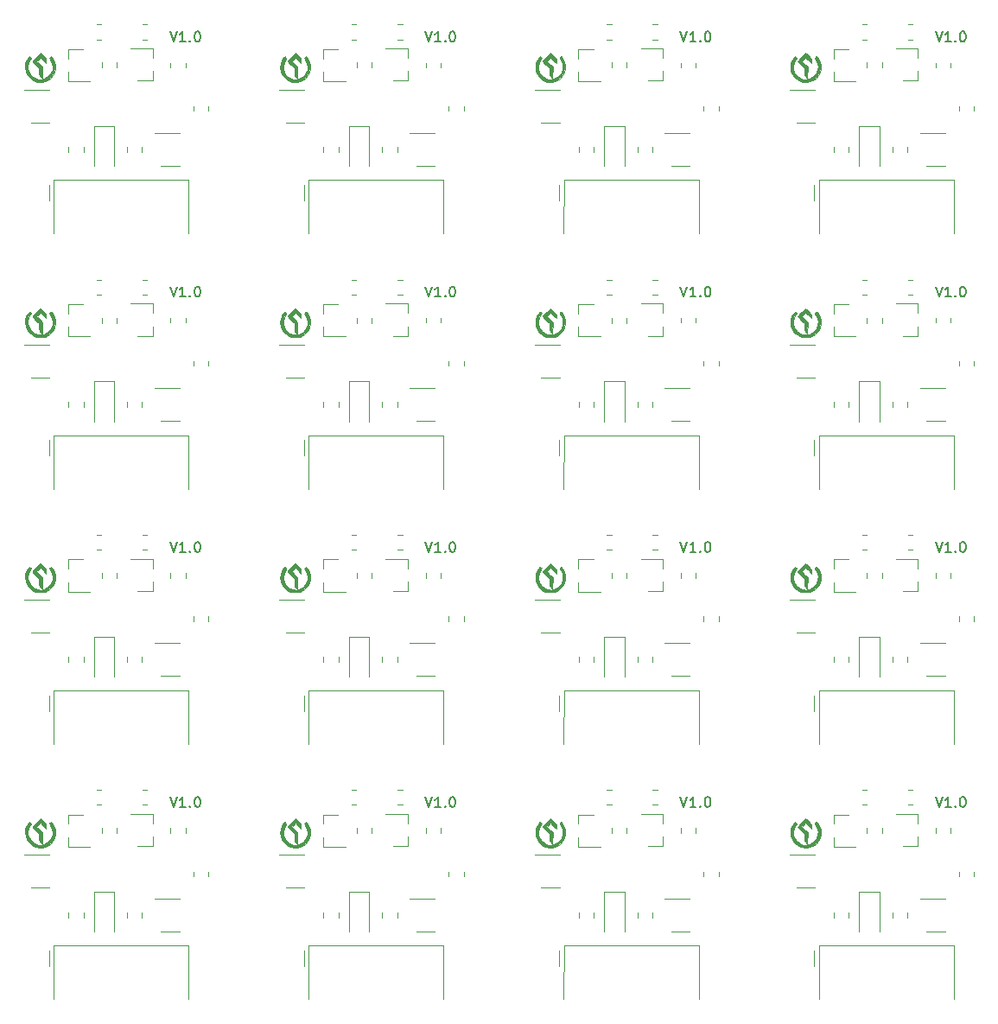
<source format=gbr>
%TF.GenerationSoftware,KiCad,Pcbnew,(5.1.9)-1*%
%TF.CreationDate,2021-10-25T14:10:00+02:00*%
%TF.ProjectId,Smartmeter_IR_multi,536d6172-746d-4657-9465-725f49525f6d,rev?*%
%TF.SameCoordinates,Original*%
%TF.FileFunction,Legend,Top*%
%TF.FilePolarity,Positive*%
%FSLAX46Y46*%
G04 Gerber Fmt 4.6, Leading zero omitted, Abs format (unit mm)*
G04 Created by KiCad (PCBNEW (5.1.9)-1) date 2021-10-25 14:10:00*
%MOMM*%
%LPD*%
G01*
G04 APERTURE LIST*
%ADD10C,0.150000*%
%ADD11C,0.120000*%
%ADD12C,0.010000*%
G04 APERTURE END LIST*
D10*
X113226190Y-137702380D02*
X113559523Y-138702380D01*
X113892857Y-137702380D01*
X114750000Y-138702380D02*
X114178571Y-138702380D01*
X114464285Y-138702380D02*
X114464285Y-137702380D01*
X114369047Y-137845238D01*
X114273809Y-137940476D01*
X114178571Y-137988095D01*
X115178571Y-138607142D02*
X115226190Y-138654761D01*
X115178571Y-138702380D01*
X115130952Y-138654761D01*
X115178571Y-138607142D01*
X115178571Y-138702380D01*
X115845238Y-137702380D02*
X115940476Y-137702380D01*
X116035714Y-137750000D01*
X116083333Y-137797619D01*
X116130952Y-137892857D01*
X116178571Y-138083333D01*
X116178571Y-138321428D01*
X116130952Y-138511904D01*
X116083333Y-138607142D01*
X116035714Y-138654761D01*
X115940476Y-138702380D01*
X115845238Y-138702380D01*
X115750000Y-138654761D01*
X115702380Y-138607142D01*
X115654761Y-138511904D01*
X115607142Y-138321428D01*
X115607142Y-138083333D01*
X115654761Y-137892857D01*
X115702380Y-137797619D01*
X115750000Y-137750000D01*
X115845238Y-137702380D01*
X88226190Y-137702380D02*
X88559523Y-138702380D01*
X88892857Y-137702380D01*
X89750000Y-138702380D02*
X89178571Y-138702380D01*
X89464285Y-138702380D02*
X89464285Y-137702380D01*
X89369047Y-137845238D01*
X89273809Y-137940476D01*
X89178571Y-137988095D01*
X90178571Y-138607142D02*
X90226190Y-138654761D01*
X90178571Y-138702380D01*
X90130952Y-138654761D01*
X90178571Y-138607142D01*
X90178571Y-138702380D01*
X90845238Y-137702380D02*
X90940476Y-137702380D01*
X91035714Y-137750000D01*
X91083333Y-137797619D01*
X91130952Y-137892857D01*
X91178571Y-138083333D01*
X91178571Y-138321428D01*
X91130952Y-138511904D01*
X91083333Y-138607142D01*
X91035714Y-138654761D01*
X90940476Y-138702380D01*
X90845238Y-138702380D01*
X90750000Y-138654761D01*
X90702380Y-138607142D01*
X90654761Y-138511904D01*
X90607142Y-138321428D01*
X90607142Y-138083333D01*
X90654761Y-137892857D01*
X90702380Y-137797619D01*
X90750000Y-137750000D01*
X90845238Y-137702380D01*
X63226190Y-137702380D02*
X63559523Y-138702380D01*
X63892857Y-137702380D01*
X64750000Y-138702380D02*
X64178571Y-138702380D01*
X64464285Y-138702380D02*
X64464285Y-137702380D01*
X64369047Y-137845238D01*
X64273809Y-137940476D01*
X64178571Y-137988095D01*
X65178571Y-138607142D02*
X65226190Y-138654761D01*
X65178571Y-138702380D01*
X65130952Y-138654761D01*
X65178571Y-138607142D01*
X65178571Y-138702380D01*
X65845238Y-137702380D02*
X65940476Y-137702380D01*
X66035714Y-137750000D01*
X66083333Y-137797619D01*
X66130952Y-137892857D01*
X66178571Y-138083333D01*
X66178571Y-138321428D01*
X66130952Y-138511904D01*
X66083333Y-138607142D01*
X66035714Y-138654761D01*
X65940476Y-138702380D01*
X65845238Y-138702380D01*
X65750000Y-138654761D01*
X65702380Y-138607142D01*
X65654761Y-138511904D01*
X65607142Y-138321428D01*
X65607142Y-138083333D01*
X65654761Y-137892857D01*
X65702380Y-137797619D01*
X65750000Y-137750000D01*
X65845238Y-137702380D01*
X138226190Y-137702380D02*
X138559523Y-138702380D01*
X138892857Y-137702380D01*
X139750000Y-138702380D02*
X139178571Y-138702380D01*
X139464285Y-138702380D02*
X139464285Y-137702380D01*
X139369047Y-137845238D01*
X139273809Y-137940476D01*
X139178571Y-137988095D01*
X140178571Y-138607142D02*
X140226190Y-138654761D01*
X140178571Y-138702380D01*
X140130952Y-138654761D01*
X140178571Y-138607142D01*
X140178571Y-138702380D01*
X140845238Y-137702380D02*
X140940476Y-137702380D01*
X141035714Y-137750000D01*
X141083333Y-137797619D01*
X141130952Y-137892857D01*
X141178571Y-138083333D01*
X141178571Y-138321428D01*
X141130952Y-138511904D01*
X141083333Y-138607142D01*
X141035714Y-138654761D01*
X140940476Y-138702380D01*
X140845238Y-138702380D01*
X140750000Y-138654761D01*
X140702380Y-138607142D01*
X140654761Y-138511904D01*
X140607142Y-138321428D01*
X140607142Y-138083333D01*
X140654761Y-137892857D01*
X140702380Y-137797619D01*
X140750000Y-137750000D01*
X140845238Y-137702380D01*
X138226190Y-137702380D02*
X138559523Y-138702380D01*
X138892857Y-137702380D01*
X139750000Y-138702380D02*
X139178571Y-138702380D01*
X139464285Y-138702380D02*
X139464285Y-137702380D01*
X139369047Y-137845238D01*
X139273809Y-137940476D01*
X139178571Y-137988095D01*
X140178571Y-138607142D02*
X140226190Y-138654761D01*
X140178571Y-138702380D01*
X140130952Y-138654761D01*
X140178571Y-138607142D01*
X140178571Y-138702380D01*
X140845238Y-137702380D02*
X140940476Y-137702380D01*
X141035714Y-137750000D01*
X141083333Y-137797619D01*
X141130952Y-137892857D01*
X141178571Y-138083333D01*
X141178571Y-138321428D01*
X141130952Y-138511904D01*
X141083333Y-138607142D01*
X141035714Y-138654761D01*
X140940476Y-138702380D01*
X140845238Y-138702380D01*
X140750000Y-138654761D01*
X140702380Y-138607142D01*
X140654761Y-138511904D01*
X140607142Y-138321428D01*
X140607142Y-138083333D01*
X140654761Y-137892857D01*
X140702380Y-137797619D01*
X140750000Y-137750000D01*
X140845238Y-137702380D01*
X63226190Y-112702380D02*
X63559523Y-113702380D01*
X63892857Y-112702380D01*
X64750000Y-113702380D02*
X64178571Y-113702380D01*
X64464285Y-113702380D02*
X64464285Y-112702380D01*
X64369047Y-112845238D01*
X64273809Y-112940476D01*
X64178571Y-112988095D01*
X65178571Y-113607142D02*
X65226190Y-113654761D01*
X65178571Y-113702380D01*
X65130952Y-113654761D01*
X65178571Y-113607142D01*
X65178571Y-113702380D01*
X65845238Y-112702380D02*
X65940476Y-112702380D01*
X66035714Y-112750000D01*
X66083333Y-112797619D01*
X66130952Y-112892857D01*
X66178571Y-113083333D01*
X66178571Y-113321428D01*
X66130952Y-113511904D01*
X66083333Y-113607142D01*
X66035714Y-113654761D01*
X65940476Y-113702380D01*
X65845238Y-113702380D01*
X65750000Y-113654761D01*
X65702380Y-113607142D01*
X65654761Y-113511904D01*
X65607142Y-113321428D01*
X65607142Y-113083333D01*
X65654761Y-112892857D01*
X65702380Y-112797619D01*
X65750000Y-112750000D01*
X65845238Y-112702380D01*
X138226190Y-112702380D02*
X138559523Y-113702380D01*
X138892857Y-112702380D01*
X139750000Y-113702380D02*
X139178571Y-113702380D01*
X139464285Y-113702380D02*
X139464285Y-112702380D01*
X139369047Y-112845238D01*
X139273809Y-112940476D01*
X139178571Y-112988095D01*
X140178571Y-113607142D02*
X140226190Y-113654761D01*
X140178571Y-113702380D01*
X140130952Y-113654761D01*
X140178571Y-113607142D01*
X140178571Y-113702380D01*
X140845238Y-112702380D02*
X140940476Y-112702380D01*
X141035714Y-112750000D01*
X141083333Y-112797619D01*
X141130952Y-112892857D01*
X141178571Y-113083333D01*
X141178571Y-113321428D01*
X141130952Y-113511904D01*
X141083333Y-113607142D01*
X141035714Y-113654761D01*
X140940476Y-113702380D01*
X140845238Y-113702380D01*
X140750000Y-113654761D01*
X140702380Y-113607142D01*
X140654761Y-113511904D01*
X140607142Y-113321428D01*
X140607142Y-113083333D01*
X140654761Y-112892857D01*
X140702380Y-112797619D01*
X140750000Y-112750000D01*
X140845238Y-112702380D01*
X138226190Y-112702380D02*
X138559523Y-113702380D01*
X138892857Y-112702380D01*
X139750000Y-113702380D02*
X139178571Y-113702380D01*
X139464285Y-113702380D02*
X139464285Y-112702380D01*
X139369047Y-112845238D01*
X139273809Y-112940476D01*
X139178571Y-112988095D01*
X140178571Y-113607142D02*
X140226190Y-113654761D01*
X140178571Y-113702380D01*
X140130952Y-113654761D01*
X140178571Y-113607142D01*
X140178571Y-113702380D01*
X140845238Y-112702380D02*
X140940476Y-112702380D01*
X141035714Y-112750000D01*
X141083333Y-112797619D01*
X141130952Y-112892857D01*
X141178571Y-113083333D01*
X141178571Y-113321428D01*
X141130952Y-113511904D01*
X141083333Y-113607142D01*
X141035714Y-113654761D01*
X140940476Y-113702380D01*
X140845238Y-113702380D01*
X140750000Y-113654761D01*
X140702380Y-113607142D01*
X140654761Y-113511904D01*
X140607142Y-113321428D01*
X140607142Y-113083333D01*
X140654761Y-112892857D01*
X140702380Y-112797619D01*
X140750000Y-112750000D01*
X140845238Y-112702380D01*
X113226190Y-112702380D02*
X113559523Y-113702380D01*
X113892857Y-112702380D01*
X114750000Y-113702380D02*
X114178571Y-113702380D01*
X114464285Y-113702380D02*
X114464285Y-112702380D01*
X114369047Y-112845238D01*
X114273809Y-112940476D01*
X114178571Y-112988095D01*
X115178571Y-113607142D02*
X115226190Y-113654761D01*
X115178571Y-113702380D01*
X115130952Y-113654761D01*
X115178571Y-113607142D01*
X115178571Y-113702380D01*
X115845238Y-112702380D02*
X115940476Y-112702380D01*
X116035714Y-112750000D01*
X116083333Y-112797619D01*
X116130952Y-112892857D01*
X116178571Y-113083333D01*
X116178571Y-113321428D01*
X116130952Y-113511904D01*
X116083333Y-113607142D01*
X116035714Y-113654761D01*
X115940476Y-113702380D01*
X115845238Y-113702380D01*
X115750000Y-113654761D01*
X115702380Y-113607142D01*
X115654761Y-113511904D01*
X115607142Y-113321428D01*
X115607142Y-113083333D01*
X115654761Y-112892857D01*
X115702380Y-112797619D01*
X115750000Y-112750000D01*
X115845238Y-112702380D01*
X88226190Y-112702380D02*
X88559523Y-113702380D01*
X88892857Y-112702380D01*
X89750000Y-113702380D02*
X89178571Y-113702380D01*
X89464285Y-113702380D02*
X89464285Y-112702380D01*
X89369047Y-112845238D01*
X89273809Y-112940476D01*
X89178571Y-112988095D01*
X90178571Y-113607142D02*
X90226190Y-113654761D01*
X90178571Y-113702380D01*
X90130952Y-113654761D01*
X90178571Y-113607142D01*
X90178571Y-113702380D01*
X90845238Y-112702380D02*
X90940476Y-112702380D01*
X91035714Y-112750000D01*
X91083333Y-112797619D01*
X91130952Y-112892857D01*
X91178571Y-113083333D01*
X91178571Y-113321428D01*
X91130952Y-113511904D01*
X91083333Y-113607142D01*
X91035714Y-113654761D01*
X90940476Y-113702380D01*
X90845238Y-113702380D01*
X90750000Y-113654761D01*
X90702380Y-113607142D01*
X90654761Y-113511904D01*
X90607142Y-113321428D01*
X90607142Y-113083333D01*
X90654761Y-112892857D01*
X90702380Y-112797619D01*
X90750000Y-112750000D01*
X90845238Y-112702380D01*
X138226190Y-87702380D02*
X138559523Y-88702380D01*
X138892857Y-87702380D01*
X139750000Y-88702380D02*
X139178571Y-88702380D01*
X139464285Y-88702380D02*
X139464285Y-87702380D01*
X139369047Y-87845238D01*
X139273809Y-87940476D01*
X139178571Y-87988095D01*
X140178571Y-88607142D02*
X140226190Y-88654761D01*
X140178571Y-88702380D01*
X140130952Y-88654761D01*
X140178571Y-88607142D01*
X140178571Y-88702380D01*
X140845238Y-87702380D02*
X140940476Y-87702380D01*
X141035714Y-87750000D01*
X141083333Y-87797619D01*
X141130952Y-87892857D01*
X141178571Y-88083333D01*
X141178571Y-88321428D01*
X141130952Y-88511904D01*
X141083333Y-88607142D01*
X141035714Y-88654761D01*
X140940476Y-88702380D01*
X140845238Y-88702380D01*
X140750000Y-88654761D01*
X140702380Y-88607142D01*
X140654761Y-88511904D01*
X140607142Y-88321428D01*
X140607142Y-88083333D01*
X140654761Y-87892857D01*
X140702380Y-87797619D01*
X140750000Y-87750000D01*
X140845238Y-87702380D01*
X88226190Y-87702380D02*
X88559523Y-88702380D01*
X88892857Y-87702380D01*
X89750000Y-88702380D02*
X89178571Y-88702380D01*
X89464285Y-88702380D02*
X89464285Y-87702380D01*
X89369047Y-87845238D01*
X89273809Y-87940476D01*
X89178571Y-87988095D01*
X90178571Y-88607142D02*
X90226190Y-88654761D01*
X90178571Y-88702380D01*
X90130952Y-88654761D01*
X90178571Y-88607142D01*
X90178571Y-88702380D01*
X90845238Y-87702380D02*
X90940476Y-87702380D01*
X91035714Y-87750000D01*
X91083333Y-87797619D01*
X91130952Y-87892857D01*
X91178571Y-88083333D01*
X91178571Y-88321428D01*
X91130952Y-88511904D01*
X91083333Y-88607142D01*
X91035714Y-88654761D01*
X90940476Y-88702380D01*
X90845238Y-88702380D01*
X90750000Y-88654761D01*
X90702380Y-88607142D01*
X90654761Y-88511904D01*
X90607142Y-88321428D01*
X90607142Y-88083333D01*
X90654761Y-87892857D01*
X90702380Y-87797619D01*
X90750000Y-87750000D01*
X90845238Y-87702380D01*
X113226190Y-87702380D02*
X113559523Y-88702380D01*
X113892857Y-87702380D01*
X114750000Y-88702380D02*
X114178571Y-88702380D01*
X114464285Y-88702380D02*
X114464285Y-87702380D01*
X114369047Y-87845238D01*
X114273809Y-87940476D01*
X114178571Y-87988095D01*
X115178571Y-88607142D02*
X115226190Y-88654761D01*
X115178571Y-88702380D01*
X115130952Y-88654761D01*
X115178571Y-88607142D01*
X115178571Y-88702380D01*
X115845238Y-87702380D02*
X115940476Y-87702380D01*
X116035714Y-87750000D01*
X116083333Y-87797619D01*
X116130952Y-87892857D01*
X116178571Y-88083333D01*
X116178571Y-88321428D01*
X116130952Y-88511904D01*
X116083333Y-88607142D01*
X116035714Y-88654761D01*
X115940476Y-88702380D01*
X115845238Y-88702380D01*
X115750000Y-88654761D01*
X115702380Y-88607142D01*
X115654761Y-88511904D01*
X115607142Y-88321428D01*
X115607142Y-88083333D01*
X115654761Y-87892857D01*
X115702380Y-87797619D01*
X115750000Y-87750000D01*
X115845238Y-87702380D01*
X63226190Y-87702380D02*
X63559523Y-88702380D01*
X63892857Y-87702380D01*
X64750000Y-88702380D02*
X64178571Y-88702380D01*
X64464285Y-88702380D02*
X64464285Y-87702380D01*
X64369047Y-87845238D01*
X64273809Y-87940476D01*
X64178571Y-87988095D01*
X65178571Y-88607142D02*
X65226190Y-88654761D01*
X65178571Y-88702380D01*
X65130952Y-88654761D01*
X65178571Y-88607142D01*
X65178571Y-88702380D01*
X65845238Y-87702380D02*
X65940476Y-87702380D01*
X66035714Y-87750000D01*
X66083333Y-87797619D01*
X66130952Y-87892857D01*
X66178571Y-88083333D01*
X66178571Y-88321428D01*
X66130952Y-88511904D01*
X66083333Y-88607142D01*
X66035714Y-88654761D01*
X65940476Y-88702380D01*
X65845238Y-88702380D01*
X65750000Y-88654761D01*
X65702380Y-88607142D01*
X65654761Y-88511904D01*
X65607142Y-88321428D01*
X65607142Y-88083333D01*
X65654761Y-87892857D01*
X65702380Y-87797619D01*
X65750000Y-87750000D01*
X65845238Y-87702380D01*
X138226190Y-87702380D02*
X138559523Y-88702380D01*
X138892857Y-87702380D01*
X139750000Y-88702380D02*
X139178571Y-88702380D01*
X139464285Y-88702380D02*
X139464285Y-87702380D01*
X139369047Y-87845238D01*
X139273809Y-87940476D01*
X139178571Y-87988095D01*
X140178571Y-88607142D02*
X140226190Y-88654761D01*
X140178571Y-88702380D01*
X140130952Y-88654761D01*
X140178571Y-88607142D01*
X140178571Y-88702380D01*
X140845238Y-87702380D02*
X140940476Y-87702380D01*
X141035714Y-87750000D01*
X141083333Y-87797619D01*
X141130952Y-87892857D01*
X141178571Y-88083333D01*
X141178571Y-88321428D01*
X141130952Y-88511904D01*
X141083333Y-88607142D01*
X141035714Y-88654761D01*
X140940476Y-88702380D01*
X140845238Y-88702380D01*
X140750000Y-88654761D01*
X140702380Y-88607142D01*
X140654761Y-88511904D01*
X140607142Y-88321428D01*
X140607142Y-88083333D01*
X140654761Y-87892857D01*
X140702380Y-87797619D01*
X140750000Y-87750000D01*
X140845238Y-87702380D01*
X138226190Y-62702380D02*
X138559523Y-63702380D01*
X138892857Y-62702380D01*
X139750000Y-63702380D02*
X139178571Y-63702380D01*
X139464285Y-63702380D02*
X139464285Y-62702380D01*
X139369047Y-62845238D01*
X139273809Y-62940476D01*
X139178571Y-62988095D01*
X140178571Y-63607142D02*
X140226190Y-63654761D01*
X140178571Y-63702380D01*
X140130952Y-63654761D01*
X140178571Y-63607142D01*
X140178571Y-63702380D01*
X140845238Y-62702380D02*
X140940476Y-62702380D01*
X141035714Y-62750000D01*
X141083333Y-62797619D01*
X141130952Y-62892857D01*
X141178571Y-63083333D01*
X141178571Y-63321428D01*
X141130952Y-63511904D01*
X141083333Y-63607142D01*
X141035714Y-63654761D01*
X140940476Y-63702380D01*
X140845238Y-63702380D01*
X140750000Y-63654761D01*
X140702380Y-63607142D01*
X140654761Y-63511904D01*
X140607142Y-63321428D01*
X140607142Y-63083333D01*
X140654761Y-62892857D01*
X140702380Y-62797619D01*
X140750000Y-62750000D01*
X140845238Y-62702380D01*
X138226190Y-62702380D02*
X138559523Y-63702380D01*
X138892857Y-62702380D01*
X139750000Y-63702380D02*
X139178571Y-63702380D01*
X139464285Y-63702380D02*
X139464285Y-62702380D01*
X139369047Y-62845238D01*
X139273809Y-62940476D01*
X139178571Y-62988095D01*
X140178571Y-63607142D02*
X140226190Y-63654761D01*
X140178571Y-63702380D01*
X140130952Y-63654761D01*
X140178571Y-63607142D01*
X140178571Y-63702380D01*
X140845238Y-62702380D02*
X140940476Y-62702380D01*
X141035714Y-62750000D01*
X141083333Y-62797619D01*
X141130952Y-62892857D01*
X141178571Y-63083333D01*
X141178571Y-63321428D01*
X141130952Y-63511904D01*
X141083333Y-63607142D01*
X141035714Y-63654761D01*
X140940476Y-63702380D01*
X140845238Y-63702380D01*
X140750000Y-63654761D01*
X140702380Y-63607142D01*
X140654761Y-63511904D01*
X140607142Y-63321428D01*
X140607142Y-63083333D01*
X140654761Y-62892857D01*
X140702380Y-62797619D01*
X140750000Y-62750000D01*
X140845238Y-62702380D01*
X113226190Y-62702380D02*
X113559523Y-63702380D01*
X113892857Y-62702380D01*
X114750000Y-63702380D02*
X114178571Y-63702380D01*
X114464285Y-63702380D02*
X114464285Y-62702380D01*
X114369047Y-62845238D01*
X114273809Y-62940476D01*
X114178571Y-62988095D01*
X115178571Y-63607142D02*
X115226190Y-63654761D01*
X115178571Y-63702380D01*
X115130952Y-63654761D01*
X115178571Y-63607142D01*
X115178571Y-63702380D01*
X115845238Y-62702380D02*
X115940476Y-62702380D01*
X116035714Y-62750000D01*
X116083333Y-62797619D01*
X116130952Y-62892857D01*
X116178571Y-63083333D01*
X116178571Y-63321428D01*
X116130952Y-63511904D01*
X116083333Y-63607142D01*
X116035714Y-63654761D01*
X115940476Y-63702380D01*
X115845238Y-63702380D01*
X115750000Y-63654761D01*
X115702380Y-63607142D01*
X115654761Y-63511904D01*
X115607142Y-63321428D01*
X115607142Y-63083333D01*
X115654761Y-62892857D01*
X115702380Y-62797619D01*
X115750000Y-62750000D01*
X115845238Y-62702380D01*
X88226190Y-62702380D02*
X88559523Y-63702380D01*
X88892857Y-62702380D01*
X89750000Y-63702380D02*
X89178571Y-63702380D01*
X89464285Y-63702380D02*
X89464285Y-62702380D01*
X89369047Y-62845238D01*
X89273809Y-62940476D01*
X89178571Y-62988095D01*
X90178571Y-63607142D02*
X90226190Y-63654761D01*
X90178571Y-63702380D01*
X90130952Y-63654761D01*
X90178571Y-63607142D01*
X90178571Y-63702380D01*
X90845238Y-62702380D02*
X90940476Y-62702380D01*
X91035714Y-62750000D01*
X91083333Y-62797619D01*
X91130952Y-62892857D01*
X91178571Y-63083333D01*
X91178571Y-63321428D01*
X91130952Y-63511904D01*
X91083333Y-63607142D01*
X91035714Y-63654761D01*
X90940476Y-63702380D01*
X90845238Y-63702380D01*
X90750000Y-63654761D01*
X90702380Y-63607142D01*
X90654761Y-63511904D01*
X90607142Y-63321428D01*
X90607142Y-63083333D01*
X90654761Y-62892857D01*
X90702380Y-62797619D01*
X90750000Y-62750000D01*
X90845238Y-62702380D01*
X63226190Y-62702380D02*
X63559523Y-63702380D01*
X63892857Y-62702380D01*
X64750000Y-63702380D02*
X64178571Y-63702380D01*
X64464285Y-63702380D02*
X64464285Y-62702380D01*
X64369047Y-62845238D01*
X64273809Y-62940476D01*
X64178571Y-62988095D01*
X65178571Y-63607142D02*
X65226190Y-63654761D01*
X65178571Y-63702380D01*
X65130952Y-63654761D01*
X65178571Y-63607142D01*
X65178571Y-63702380D01*
X65845238Y-62702380D02*
X65940476Y-62702380D01*
X66035714Y-62750000D01*
X66083333Y-62797619D01*
X66130952Y-62892857D01*
X66178571Y-63083333D01*
X66178571Y-63321428D01*
X66130952Y-63511904D01*
X66083333Y-63607142D01*
X66035714Y-63654761D01*
X65940476Y-63702380D01*
X65845238Y-63702380D01*
X65750000Y-63654761D01*
X65702380Y-63607142D01*
X65654761Y-63511904D01*
X65607142Y-63321428D01*
X65607142Y-63083333D01*
X65654761Y-62892857D01*
X65702380Y-62797619D01*
X65750000Y-62750000D01*
X65845238Y-62702380D01*
D11*
%TO.C,J1*%
X51350000Y-154270000D02*
X51350000Y-152740000D01*
X51800000Y-157500000D02*
X51820000Y-152270000D01*
X65020000Y-152270000D02*
X65020000Y-157500000D01*
X51820000Y-152270000D02*
X65020000Y-152270000D01*
%TO.C,R1*%
X135522936Y-137015000D02*
X135977064Y-137015000D01*
X135522936Y-138485000D02*
X135977064Y-138485000D01*
%TO.C,Q1*%
X103240000Y-139420000D02*
X103240000Y-140350000D01*
X103240000Y-142580000D02*
X103240000Y-141650000D01*
X103240000Y-142580000D02*
X105400000Y-142580000D01*
X103240000Y-139420000D02*
X104700000Y-139420000D01*
%TO.C,C1*%
X131515000Y-141261252D02*
X131515000Y-140738748D01*
X132985000Y-141261252D02*
X132985000Y-140738748D01*
%TO.C,C3*%
X134015000Y-148988748D02*
X134015000Y-149511252D01*
X135485000Y-148988748D02*
X135485000Y-149511252D01*
%TO.C,R1*%
X110522936Y-138485000D02*
X110977064Y-138485000D01*
X110522936Y-137015000D02*
X110977064Y-137015000D01*
%TO.C,R3*%
X140515000Y-145022936D02*
X140515000Y-145477064D01*
X141985000Y-145022936D02*
X141985000Y-145477064D01*
D12*
%TO.C,G2*%
G36*
X124535721Y-140209435D02*
G01*
X124537866Y-140211375D01*
X124604817Y-140286657D01*
X124595708Y-140353819D01*
X124559374Y-140407520D01*
X124377523Y-140727944D01*
X124292344Y-141057789D01*
X124303128Y-141385435D01*
X124409165Y-141699266D01*
X124609746Y-141987661D01*
X124658987Y-142039121D01*
X124946721Y-142265232D01*
X125250936Y-142393030D01*
X125562476Y-142422517D01*
X125872184Y-142353691D01*
X126170903Y-142186554D01*
X126341012Y-142039121D01*
X126559653Y-141756935D01*
X126683887Y-141447085D01*
X126713004Y-141121188D01*
X126646294Y-140790865D01*
X126483048Y-140467732D01*
X126440625Y-140407520D01*
X126391303Y-140322038D01*
X126414827Y-140257739D01*
X126462133Y-140211375D01*
X126521211Y-140165269D01*
X126568578Y-140166078D01*
X126625623Y-140226835D01*
X126713740Y-140360574D01*
X126717989Y-140367273D01*
X126878882Y-140677772D01*
X126956368Y-140985697D01*
X126960214Y-141327694D01*
X126881906Y-141696720D01*
X126714004Y-142028877D01*
X126465857Y-142310382D01*
X126146814Y-142527448D01*
X126146350Y-142527686D01*
X125921101Y-142606666D01*
X125644920Y-142651299D01*
X125359849Y-142658785D01*
X125107932Y-142626330D01*
X125027457Y-142602133D01*
X124682359Y-142424160D01*
X124400483Y-142177474D01*
X124191445Y-141875345D01*
X124064859Y-141531041D01*
X124029313Y-141224600D01*
X124053461Y-140910499D01*
X124139957Y-140629218D01*
X124282626Y-140366300D01*
X124372138Y-140229885D01*
X124429846Y-140166955D01*
X124477219Y-140164482D01*
X124535721Y-140209435D01*
G37*
X124535721Y-140209435D02*
X124537866Y-140211375D01*
X124604817Y-140286657D01*
X124595708Y-140353819D01*
X124559374Y-140407520D01*
X124377523Y-140727944D01*
X124292344Y-141057789D01*
X124303128Y-141385435D01*
X124409165Y-141699266D01*
X124609746Y-141987661D01*
X124658987Y-142039121D01*
X124946721Y-142265232D01*
X125250936Y-142393030D01*
X125562476Y-142422517D01*
X125872184Y-142353691D01*
X126170903Y-142186554D01*
X126341012Y-142039121D01*
X126559653Y-141756935D01*
X126683887Y-141447085D01*
X126713004Y-141121188D01*
X126646294Y-140790865D01*
X126483048Y-140467732D01*
X126440625Y-140407520D01*
X126391303Y-140322038D01*
X126414827Y-140257739D01*
X126462133Y-140211375D01*
X126521211Y-140165269D01*
X126568578Y-140166078D01*
X126625623Y-140226835D01*
X126713740Y-140360574D01*
X126717989Y-140367273D01*
X126878882Y-140677772D01*
X126956368Y-140985697D01*
X126960214Y-141327694D01*
X126881906Y-141696720D01*
X126714004Y-142028877D01*
X126465857Y-142310382D01*
X126146814Y-142527448D01*
X126146350Y-142527686D01*
X125921101Y-142606666D01*
X125644920Y-142651299D01*
X125359849Y-142658785D01*
X125107932Y-142626330D01*
X125027457Y-142602133D01*
X124682359Y-142424160D01*
X124400483Y-142177474D01*
X124191445Y-141875345D01*
X124064859Y-141531041D01*
X124029313Y-141224600D01*
X124053461Y-140910499D01*
X124139957Y-140629218D01*
X124282626Y-140366300D01*
X124372138Y-140229885D01*
X124429846Y-140166955D01*
X124477219Y-140164482D01*
X124535721Y-140209435D01*
G36*
X125779165Y-140081368D02*
G01*
X125922541Y-140228132D01*
X126006383Y-140335007D01*
X126046412Y-140430367D01*
X126058347Y-140542588D01*
X126058800Y-140586129D01*
X126058800Y-140814729D01*
X125779910Y-140539304D01*
X125501021Y-140263879D01*
X125143125Y-140610765D01*
X125424914Y-140895526D01*
X125706704Y-141180287D01*
X125677800Y-142323827D01*
X125538100Y-142177833D01*
X125462902Y-142088234D01*
X125420737Y-141995446D01*
X125402329Y-141866256D01*
X125398400Y-141677552D01*
X125398400Y-141323264D01*
X125068200Y-140996000D01*
X124922691Y-140846271D01*
X124809914Y-140719731D01*
X124746276Y-140635298D01*
X124738000Y-140615196D01*
X124772075Y-140559273D01*
X124864170Y-140450142D01*
X124999088Y-140305036D01*
X125118765Y-140183432D01*
X125499531Y-139805209D01*
X125779165Y-140081368D01*
G37*
X125779165Y-140081368D02*
X125922541Y-140228132D01*
X126006383Y-140335007D01*
X126046412Y-140430367D01*
X126058347Y-140542588D01*
X126058800Y-140586129D01*
X126058800Y-140814729D01*
X125779910Y-140539304D01*
X125501021Y-140263879D01*
X125143125Y-140610765D01*
X125424914Y-140895526D01*
X125706704Y-141180287D01*
X125677800Y-142323827D01*
X125538100Y-142177833D01*
X125462902Y-142088234D01*
X125420737Y-141995446D01*
X125402329Y-141866256D01*
X125398400Y-141677552D01*
X125398400Y-141323264D01*
X125068200Y-140996000D01*
X124922691Y-140846271D01*
X124809914Y-140719731D01*
X124746276Y-140635298D01*
X124738000Y-140615196D01*
X124772075Y-140559273D01*
X124864170Y-140450142D01*
X124999088Y-140305036D01*
X125118765Y-140183432D01*
X125499531Y-139805209D01*
X125779165Y-140081368D01*
D11*
%TO.C,R2*%
X131477064Y-137015000D02*
X131022936Y-137015000D01*
X131477064Y-138485000D02*
X131022936Y-138485000D01*
%TO.C,Q1*%
X128240000Y-139420000D02*
X129700000Y-139420000D01*
X128240000Y-142580000D02*
X130400000Y-142580000D01*
X128240000Y-142580000D02*
X128240000Y-141650000D01*
X128240000Y-139420000D02*
X128240000Y-140350000D01*
%TO.C,D1*%
X132750000Y-147000000D02*
X132750000Y-150900000D01*
X130750000Y-147000000D02*
X130750000Y-150900000D01*
X132750000Y-147000000D02*
X130750000Y-147000000D01*
%TO.C,Q2*%
X136510000Y-142530000D02*
X136510000Y-141600000D01*
X136510000Y-139370000D02*
X136510000Y-140300000D01*
X136510000Y-139370000D02*
X134350000Y-139370000D01*
X136510000Y-142530000D02*
X135050000Y-142530000D01*
%TO.C,C2*%
X54735000Y-148988748D02*
X54735000Y-149511252D01*
X53265000Y-148988748D02*
X53265000Y-149511252D01*
%TO.C,Q2*%
X111510000Y-142530000D02*
X110050000Y-142530000D01*
X111510000Y-139370000D02*
X109350000Y-139370000D01*
X111510000Y-139370000D02*
X111510000Y-140300000D01*
X111510000Y-142530000D02*
X111510000Y-141600000D01*
%TO.C,IC1*%
X126400000Y-143390000D02*
X123950000Y-143390000D01*
X124600000Y-146610000D02*
X126400000Y-146610000D01*
%TO.C,J1*%
X101350000Y-154270000D02*
X101350000Y-152740000D01*
X101800000Y-157500000D02*
X101820000Y-152270000D01*
X115020000Y-152270000D02*
X115020000Y-157500000D01*
X101820000Y-152270000D02*
X115020000Y-152270000D01*
%TO.C,IC2*%
X137350000Y-150860000D02*
X139150000Y-150860000D01*
X139150000Y-147640000D02*
X136700000Y-147640000D01*
%TO.C,R4*%
X139735000Y-140772936D02*
X139735000Y-141227064D01*
X138265000Y-140772936D02*
X138265000Y-141227064D01*
%TO.C,C2*%
X128265000Y-148988748D02*
X128265000Y-149511252D01*
X129735000Y-148988748D02*
X129735000Y-149511252D01*
%TO.C,R3*%
X116985000Y-145022936D02*
X116985000Y-145477064D01*
X115515000Y-145022936D02*
X115515000Y-145477064D01*
%TO.C,C2*%
X104735000Y-148988748D02*
X104735000Y-149511252D01*
X103265000Y-148988748D02*
X103265000Y-149511252D01*
%TO.C,J1*%
X126820000Y-152270000D02*
X140020000Y-152270000D01*
X140020000Y-152270000D02*
X140020000Y-157500000D01*
X126800000Y-157500000D02*
X126820000Y-152270000D01*
X126350000Y-154270000D02*
X126350000Y-152740000D01*
%TO.C,C3*%
X110485000Y-148988748D02*
X110485000Y-149511252D01*
X109015000Y-148988748D02*
X109015000Y-149511252D01*
%TO.C,R4*%
X113265000Y-140772936D02*
X113265000Y-141227064D01*
X114735000Y-140772936D02*
X114735000Y-141227064D01*
%TO.C,IC1*%
X99600000Y-146610000D02*
X101400000Y-146610000D01*
X101400000Y-143390000D02*
X98950000Y-143390000D01*
%TO.C,C1*%
X107985000Y-141261252D02*
X107985000Y-140738748D01*
X106515000Y-141261252D02*
X106515000Y-140738748D01*
X132985000Y-141261252D02*
X132985000Y-140738748D01*
X131515000Y-141261252D02*
X131515000Y-140738748D01*
D12*
%TO.C,G2*%
G36*
X50779165Y-140081368D02*
G01*
X50922541Y-140228132D01*
X51006383Y-140335007D01*
X51046412Y-140430367D01*
X51058347Y-140542588D01*
X51058800Y-140586129D01*
X51058800Y-140814729D01*
X50779910Y-140539304D01*
X50501021Y-140263879D01*
X50143125Y-140610765D01*
X50424914Y-140895526D01*
X50706704Y-141180287D01*
X50677800Y-142323827D01*
X50538100Y-142177833D01*
X50462902Y-142088234D01*
X50420737Y-141995446D01*
X50402329Y-141866256D01*
X50398400Y-141677552D01*
X50398400Y-141323264D01*
X50068200Y-140996000D01*
X49922691Y-140846271D01*
X49809914Y-140719731D01*
X49746276Y-140635298D01*
X49738000Y-140615196D01*
X49772075Y-140559273D01*
X49864170Y-140450142D01*
X49999088Y-140305036D01*
X50118765Y-140183432D01*
X50499531Y-139805209D01*
X50779165Y-140081368D01*
G37*
X50779165Y-140081368D02*
X50922541Y-140228132D01*
X51006383Y-140335007D01*
X51046412Y-140430367D01*
X51058347Y-140542588D01*
X51058800Y-140586129D01*
X51058800Y-140814729D01*
X50779910Y-140539304D01*
X50501021Y-140263879D01*
X50143125Y-140610765D01*
X50424914Y-140895526D01*
X50706704Y-141180287D01*
X50677800Y-142323827D01*
X50538100Y-142177833D01*
X50462902Y-142088234D01*
X50420737Y-141995446D01*
X50402329Y-141866256D01*
X50398400Y-141677552D01*
X50398400Y-141323264D01*
X50068200Y-140996000D01*
X49922691Y-140846271D01*
X49809914Y-140719731D01*
X49746276Y-140635298D01*
X49738000Y-140615196D01*
X49772075Y-140559273D01*
X49864170Y-140450142D01*
X49999088Y-140305036D01*
X50118765Y-140183432D01*
X50499531Y-139805209D01*
X50779165Y-140081368D01*
G36*
X49535721Y-140209435D02*
G01*
X49537866Y-140211375D01*
X49604817Y-140286657D01*
X49595708Y-140353819D01*
X49559374Y-140407520D01*
X49377523Y-140727944D01*
X49292344Y-141057789D01*
X49303128Y-141385435D01*
X49409165Y-141699266D01*
X49609746Y-141987661D01*
X49658987Y-142039121D01*
X49946721Y-142265232D01*
X50250936Y-142393030D01*
X50562476Y-142422517D01*
X50872184Y-142353691D01*
X51170903Y-142186554D01*
X51341012Y-142039121D01*
X51559653Y-141756935D01*
X51683887Y-141447085D01*
X51713004Y-141121188D01*
X51646294Y-140790865D01*
X51483048Y-140467732D01*
X51440625Y-140407520D01*
X51391303Y-140322038D01*
X51414827Y-140257739D01*
X51462133Y-140211375D01*
X51521211Y-140165269D01*
X51568578Y-140166078D01*
X51625623Y-140226835D01*
X51713740Y-140360574D01*
X51717989Y-140367273D01*
X51878882Y-140677772D01*
X51956368Y-140985697D01*
X51960214Y-141327694D01*
X51881906Y-141696720D01*
X51714004Y-142028877D01*
X51465857Y-142310382D01*
X51146814Y-142527448D01*
X51146350Y-142527686D01*
X50921101Y-142606666D01*
X50644920Y-142651299D01*
X50359849Y-142658785D01*
X50107932Y-142626330D01*
X50027457Y-142602133D01*
X49682359Y-142424160D01*
X49400483Y-142177474D01*
X49191445Y-141875345D01*
X49064859Y-141531041D01*
X49029313Y-141224600D01*
X49053461Y-140910499D01*
X49139957Y-140629218D01*
X49282626Y-140366300D01*
X49372138Y-140229885D01*
X49429846Y-140166955D01*
X49477219Y-140164482D01*
X49535721Y-140209435D01*
G37*
X49535721Y-140209435D02*
X49537866Y-140211375D01*
X49604817Y-140286657D01*
X49595708Y-140353819D01*
X49559374Y-140407520D01*
X49377523Y-140727944D01*
X49292344Y-141057789D01*
X49303128Y-141385435D01*
X49409165Y-141699266D01*
X49609746Y-141987661D01*
X49658987Y-142039121D01*
X49946721Y-142265232D01*
X50250936Y-142393030D01*
X50562476Y-142422517D01*
X50872184Y-142353691D01*
X51170903Y-142186554D01*
X51341012Y-142039121D01*
X51559653Y-141756935D01*
X51683887Y-141447085D01*
X51713004Y-141121188D01*
X51646294Y-140790865D01*
X51483048Y-140467732D01*
X51440625Y-140407520D01*
X51391303Y-140322038D01*
X51414827Y-140257739D01*
X51462133Y-140211375D01*
X51521211Y-140165269D01*
X51568578Y-140166078D01*
X51625623Y-140226835D01*
X51713740Y-140360574D01*
X51717989Y-140367273D01*
X51878882Y-140677772D01*
X51956368Y-140985697D01*
X51960214Y-141327694D01*
X51881906Y-141696720D01*
X51714004Y-142028877D01*
X51465857Y-142310382D01*
X51146814Y-142527448D01*
X51146350Y-142527686D01*
X50921101Y-142606666D01*
X50644920Y-142651299D01*
X50359849Y-142658785D01*
X50107932Y-142626330D01*
X50027457Y-142602133D01*
X49682359Y-142424160D01*
X49400483Y-142177474D01*
X49191445Y-141875345D01*
X49064859Y-141531041D01*
X49029313Y-141224600D01*
X49053461Y-140910499D01*
X49139957Y-140629218D01*
X49282626Y-140366300D01*
X49372138Y-140229885D01*
X49429846Y-140166955D01*
X49477219Y-140164482D01*
X49535721Y-140209435D01*
D11*
%TO.C,IC2*%
X114150000Y-147640000D02*
X111700000Y-147640000D01*
X112350000Y-150860000D02*
X114150000Y-150860000D01*
%TO.C,R2*%
X106477064Y-138485000D02*
X106022936Y-138485000D01*
X106477064Y-137015000D02*
X106022936Y-137015000D01*
D12*
%TO.C,G2*%
G36*
X100779165Y-140081368D02*
G01*
X100922541Y-140228132D01*
X101006383Y-140335007D01*
X101046412Y-140430367D01*
X101058347Y-140542588D01*
X101058800Y-140586129D01*
X101058800Y-140814729D01*
X100779910Y-140539304D01*
X100501021Y-140263879D01*
X100143125Y-140610765D01*
X100424914Y-140895526D01*
X100706704Y-141180287D01*
X100677800Y-142323827D01*
X100538100Y-142177833D01*
X100462902Y-142088234D01*
X100420737Y-141995446D01*
X100402329Y-141866256D01*
X100398400Y-141677552D01*
X100398400Y-141323264D01*
X100068200Y-140996000D01*
X99922691Y-140846271D01*
X99809914Y-140719731D01*
X99746276Y-140635298D01*
X99738000Y-140615196D01*
X99772075Y-140559273D01*
X99864170Y-140450142D01*
X99999088Y-140305036D01*
X100118765Y-140183432D01*
X100499531Y-139805209D01*
X100779165Y-140081368D01*
G37*
X100779165Y-140081368D02*
X100922541Y-140228132D01*
X101006383Y-140335007D01*
X101046412Y-140430367D01*
X101058347Y-140542588D01*
X101058800Y-140586129D01*
X101058800Y-140814729D01*
X100779910Y-140539304D01*
X100501021Y-140263879D01*
X100143125Y-140610765D01*
X100424914Y-140895526D01*
X100706704Y-141180287D01*
X100677800Y-142323827D01*
X100538100Y-142177833D01*
X100462902Y-142088234D01*
X100420737Y-141995446D01*
X100402329Y-141866256D01*
X100398400Y-141677552D01*
X100398400Y-141323264D01*
X100068200Y-140996000D01*
X99922691Y-140846271D01*
X99809914Y-140719731D01*
X99746276Y-140635298D01*
X99738000Y-140615196D01*
X99772075Y-140559273D01*
X99864170Y-140450142D01*
X99999088Y-140305036D01*
X100118765Y-140183432D01*
X100499531Y-139805209D01*
X100779165Y-140081368D01*
G36*
X99535721Y-140209435D02*
G01*
X99537866Y-140211375D01*
X99604817Y-140286657D01*
X99595708Y-140353819D01*
X99559374Y-140407520D01*
X99377523Y-140727944D01*
X99292344Y-141057789D01*
X99303128Y-141385435D01*
X99409165Y-141699266D01*
X99609746Y-141987661D01*
X99658987Y-142039121D01*
X99946721Y-142265232D01*
X100250936Y-142393030D01*
X100562476Y-142422517D01*
X100872184Y-142353691D01*
X101170903Y-142186554D01*
X101341012Y-142039121D01*
X101559653Y-141756935D01*
X101683887Y-141447085D01*
X101713004Y-141121188D01*
X101646294Y-140790865D01*
X101483048Y-140467732D01*
X101440625Y-140407520D01*
X101391303Y-140322038D01*
X101414827Y-140257739D01*
X101462133Y-140211375D01*
X101521211Y-140165269D01*
X101568578Y-140166078D01*
X101625623Y-140226835D01*
X101713740Y-140360574D01*
X101717989Y-140367273D01*
X101878882Y-140677772D01*
X101956368Y-140985697D01*
X101960214Y-141327694D01*
X101881906Y-141696720D01*
X101714004Y-142028877D01*
X101465857Y-142310382D01*
X101146814Y-142527448D01*
X101146350Y-142527686D01*
X100921101Y-142606666D01*
X100644920Y-142651299D01*
X100359849Y-142658785D01*
X100107932Y-142626330D01*
X100027457Y-142602133D01*
X99682359Y-142424160D01*
X99400483Y-142177474D01*
X99191445Y-141875345D01*
X99064859Y-141531041D01*
X99029313Y-141224600D01*
X99053461Y-140910499D01*
X99139957Y-140629218D01*
X99282626Y-140366300D01*
X99372138Y-140229885D01*
X99429846Y-140166955D01*
X99477219Y-140164482D01*
X99535721Y-140209435D01*
G37*
X99535721Y-140209435D02*
X99537866Y-140211375D01*
X99604817Y-140286657D01*
X99595708Y-140353819D01*
X99559374Y-140407520D01*
X99377523Y-140727944D01*
X99292344Y-141057789D01*
X99303128Y-141385435D01*
X99409165Y-141699266D01*
X99609746Y-141987661D01*
X99658987Y-142039121D01*
X99946721Y-142265232D01*
X100250936Y-142393030D01*
X100562476Y-142422517D01*
X100872184Y-142353691D01*
X101170903Y-142186554D01*
X101341012Y-142039121D01*
X101559653Y-141756935D01*
X101683887Y-141447085D01*
X101713004Y-141121188D01*
X101646294Y-140790865D01*
X101483048Y-140467732D01*
X101440625Y-140407520D01*
X101391303Y-140322038D01*
X101414827Y-140257739D01*
X101462133Y-140211375D01*
X101521211Y-140165269D01*
X101568578Y-140166078D01*
X101625623Y-140226835D01*
X101713740Y-140360574D01*
X101717989Y-140367273D01*
X101878882Y-140677772D01*
X101956368Y-140985697D01*
X101960214Y-141327694D01*
X101881906Y-141696720D01*
X101714004Y-142028877D01*
X101465857Y-142310382D01*
X101146814Y-142527448D01*
X101146350Y-142527686D01*
X100921101Y-142606666D01*
X100644920Y-142651299D01*
X100359849Y-142658785D01*
X100107932Y-142626330D01*
X100027457Y-142602133D01*
X99682359Y-142424160D01*
X99400483Y-142177474D01*
X99191445Y-141875345D01*
X99064859Y-141531041D01*
X99029313Y-141224600D01*
X99053461Y-140910499D01*
X99139957Y-140629218D01*
X99282626Y-140366300D01*
X99372138Y-140229885D01*
X99429846Y-140166955D01*
X99477219Y-140164482D01*
X99535721Y-140209435D01*
D11*
%TO.C,D1*%
X107750000Y-147000000D02*
X105750000Y-147000000D01*
X105750000Y-147000000D02*
X105750000Y-150900000D01*
X107750000Y-147000000D02*
X107750000Y-150900000D01*
%TO.C,C1*%
X57985000Y-141261252D02*
X57985000Y-140738748D01*
X56515000Y-141261252D02*
X56515000Y-140738748D01*
%TO.C,Q2*%
X61510000Y-142530000D02*
X60050000Y-142530000D01*
X61510000Y-139370000D02*
X59350000Y-139370000D01*
X61510000Y-139370000D02*
X61510000Y-140300000D01*
X61510000Y-142530000D02*
X61510000Y-141600000D01*
%TO.C,R2*%
X56477064Y-138485000D02*
X56022936Y-138485000D01*
X56477064Y-137015000D02*
X56022936Y-137015000D01*
%TO.C,D1*%
X57750000Y-147000000D02*
X55750000Y-147000000D01*
X55750000Y-147000000D02*
X55750000Y-150900000D01*
X57750000Y-147000000D02*
X57750000Y-150900000D01*
X132750000Y-147000000D02*
X130750000Y-147000000D01*
X130750000Y-147000000D02*
X130750000Y-150900000D01*
X132750000Y-147000000D02*
X132750000Y-150900000D01*
%TO.C,IC1*%
X124600000Y-146610000D02*
X126400000Y-146610000D01*
X126400000Y-143390000D02*
X123950000Y-143390000D01*
%TO.C,R3*%
X141985000Y-145022936D02*
X141985000Y-145477064D01*
X140515000Y-145022936D02*
X140515000Y-145477064D01*
%TO.C,C3*%
X60485000Y-148988748D02*
X60485000Y-149511252D01*
X59015000Y-148988748D02*
X59015000Y-149511252D01*
%TO.C,Q2*%
X136510000Y-142530000D02*
X135050000Y-142530000D01*
X136510000Y-139370000D02*
X134350000Y-139370000D01*
X136510000Y-139370000D02*
X136510000Y-140300000D01*
X136510000Y-142530000D02*
X136510000Y-141600000D01*
D12*
%TO.C,G2*%
G36*
X125779165Y-140081368D02*
G01*
X125922541Y-140228132D01*
X126006383Y-140335007D01*
X126046412Y-140430367D01*
X126058347Y-140542588D01*
X126058800Y-140586129D01*
X126058800Y-140814729D01*
X125779910Y-140539304D01*
X125501021Y-140263879D01*
X125143125Y-140610765D01*
X125424914Y-140895526D01*
X125706704Y-141180287D01*
X125677800Y-142323827D01*
X125538100Y-142177833D01*
X125462902Y-142088234D01*
X125420737Y-141995446D01*
X125402329Y-141866256D01*
X125398400Y-141677552D01*
X125398400Y-141323264D01*
X125068200Y-140996000D01*
X124922691Y-140846271D01*
X124809914Y-140719731D01*
X124746276Y-140635298D01*
X124738000Y-140615196D01*
X124772075Y-140559273D01*
X124864170Y-140450142D01*
X124999088Y-140305036D01*
X125118765Y-140183432D01*
X125499531Y-139805209D01*
X125779165Y-140081368D01*
G37*
X125779165Y-140081368D02*
X125922541Y-140228132D01*
X126006383Y-140335007D01*
X126046412Y-140430367D01*
X126058347Y-140542588D01*
X126058800Y-140586129D01*
X126058800Y-140814729D01*
X125779910Y-140539304D01*
X125501021Y-140263879D01*
X125143125Y-140610765D01*
X125424914Y-140895526D01*
X125706704Y-141180287D01*
X125677800Y-142323827D01*
X125538100Y-142177833D01*
X125462902Y-142088234D01*
X125420737Y-141995446D01*
X125402329Y-141866256D01*
X125398400Y-141677552D01*
X125398400Y-141323264D01*
X125068200Y-140996000D01*
X124922691Y-140846271D01*
X124809914Y-140719731D01*
X124746276Y-140635298D01*
X124738000Y-140615196D01*
X124772075Y-140559273D01*
X124864170Y-140450142D01*
X124999088Y-140305036D01*
X125118765Y-140183432D01*
X125499531Y-139805209D01*
X125779165Y-140081368D01*
G36*
X124535721Y-140209435D02*
G01*
X124537866Y-140211375D01*
X124604817Y-140286657D01*
X124595708Y-140353819D01*
X124559374Y-140407520D01*
X124377523Y-140727944D01*
X124292344Y-141057789D01*
X124303128Y-141385435D01*
X124409165Y-141699266D01*
X124609746Y-141987661D01*
X124658987Y-142039121D01*
X124946721Y-142265232D01*
X125250936Y-142393030D01*
X125562476Y-142422517D01*
X125872184Y-142353691D01*
X126170903Y-142186554D01*
X126341012Y-142039121D01*
X126559653Y-141756935D01*
X126683887Y-141447085D01*
X126713004Y-141121188D01*
X126646294Y-140790865D01*
X126483048Y-140467732D01*
X126440625Y-140407520D01*
X126391303Y-140322038D01*
X126414827Y-140257739D01*
X126462133Y-140211375D01*
X126521211Y-140165269D01*
X126568578Y-140166078D01*
X126625623Y-140226835D01*
X126713740Y-140360574D01*
X126717989Y-140367273D01*
X126878882Y-140677772D01*
X126956368Y-140985697D01*
X126960214Y-141327694D01*
X126881906Y-141696720D01*
X126714004Y-142028877D01*
X126465857Y-142310382D01*
X126146814Y-142527448D01*
X126146350Y-142527686D01*
X125921101Y-142606666D01*
X125644920Y-142651299D01*
X125359849Y-142658785D01*
X125107932Y-142626330D01*
X125027457Y-142602133D01*
X124682359Y-142424160D01*
X124400483Y-142177474D01*
X124191445Y-141875345D01*
X124064859Y-141531041D01*
X124029313Y-141224600D01*
X124053461Y-140910499D01*
X124139957Y-140629218D01*
X124282626Y-140366300D01*
X124372138Y-140229885D01*
X124429846Y-140166955D01*
X124477219Y-140164482D01*
X124535721Y-140209435D01*
G37*
X124535721Y-140209435D02*
X124537866Y-140211375D01*
X124604817Y-140286657D01*
X124595708Y-140353819D01*
X124559374Y-140407520D01*
X124377523Y-140727944D01*
X124292344Y-141057789D01*
X124303128Y-141385435D01*
X124409165Y-141699266D01*
X124609746Y-141987661D01*
X124658987Y-142039121D01*
X124946721Y-142265232D01*
X125250936Y-142393030D01*
X125562476Y-142422517D01*
X125872184Y-142353691D01*
X126170903Y-142186554D01*
X126341012Y-142039121D01*
X126559653Y-141756935D01*
X126683887Y-141447085D01*
X126713004Y-141121188D01*
X126646294Y-140790865D01*
X126483048Y-140467732D01*
X126440625Y-140407520D01*
X126391303Y-140322038D01*
X126414827Y-140257739D01*
X126462133Y-140211375D01*
X126521211Y-140165269D01*
X126568578Y-140166078D01*
X126625623Y-140226835D01*
X126713740Y-140360574D01*
X126717989Y-140367273D01*
X126878882Y-140677772D01*
X126956368Y-140985697D01*
X126960214Y-141327694D01*
X126881906Y-141696720D01*
X126714004Y-142028877D01*
X126465857Y-142310382D01*
X126146814Y-142527448D01*
X126146350Y-142527686D01*
X125921101Y-142606666D01*
X125644920Y-142651299D01*
X125359849Y-142658785D01*
X125107932Y-142626330D01*
X125027457Y-142602133D01*
X124682359Y-142424160D01*
X124400483Y-142177474D01*
X124191445Y-141875345D01*
X124064859Y-141531041D01*
X124029313Y-141224600D01*
X124053461Y-140910499D01*
X124139957Y-140629218D01*
X124282626Y-140366300D01*
X124372138Y-140229885D01*
X124429846Y-140166955D01*
X124477219Y-140164482D01*
X124535721Y-140209435D01*
D11*
%TO.C,R1*%
X135522936Y-138485000D02*
X135977064Y-138485000D01*
X135522936Y-137015000D02*
X135977064Y-137015000D01*
%TO.C,R4*%
X63265000Y-140772936D02*
X63265000Y-141227064D01*
X64735000Y-140772936D02*
X64735000Y-141227064D01*
%TO.C,C2*%
X129735000Y-148988748D02*
X129735000Y-149511252D01*
X128265000Y-148988748D02*
X128265000Y-149511252D01*
%TO.C,IC1*%
X49600000Y-146610000D02*
X51400000Y-146610000D01*
X51400000Y-143390000D02*
X48950000Y-143390000D01*
%TO.C,J1*%
X76820000Y-152270000D02*
X90020000Y-152270000D01*
X90020000Y-152270000D02*
X90020000Y-157500000D01*
X76800000Y-157500000D02*
X76820000Y-152270000D01*
X76350000Y-154270000D02*
X76350000Y-152740000D01*
%TO.C,C3*%
X135485000Y-148988748D02*
X135485000Y-149511252D01*
X134015000Y-148988748D02*
X134015000Y-149511252D01*
%TO.C,R1*%
X60522936Y-138485000D02*
X60977064Y-138485000D01*
X60522936Y-137015000D02*
X60977064Y-137015000D01*
%TO.C,Q1*%
X128240000Y-139420000D02*
X128240000Y-140350000D01*
X128240000Y-142580000D02*
X128240000Y-141650000D01*
X128240000Y-142580000D02*
X130400000Y-142580000D01*
X128240000Y-139420000D02*
X129700000Y-139420000D01*
%TO.C,R4*%
X138265000Y-140772936D02*
X138265000Y-141227064D01*
X139735000Y-140772936D02*
X139735000Y-141227064D01*
%TO.C,J1*%
X126350000Y-154270000D02*
X126350000Y-152740000D01*
X126800000Y-157500000D02*
X126820000Y-152270000D01*
X140020000Y-152270000D02*
X140020000Y-157500000D01*
X126820000Y-152270000D02*
X140020000Y-152270000D01*
%TO.C,C2*%
X78265000Y-148988748D02*
X78265000Y-149511252D01*
X79735000Y-148988748D02*
X79735000Y-149511252D01*
%TO.C,Q1*%
X53240000Y-139420000D02*
X53240000Y-140350000D01*
X53240000Y-142580000D02*
X53240000Y-141650000D01*
X53240000Y-142580000D02*
X55400000Y-142580000D01*
X53240000Y-139420000D02*
X54700000Y-139420000D01*
%TO.C,IC2*%
X87350000Y-150860000D02*
X89150000Y-150860000D01*
X89150000Y-147640000D02*
X86700000Y-147640000D01*
X64150000Y-147640000D02*
X61700000Y-147640000D01*
X62350000Y-150860000D02*
X64150000Y-150860000D01*
%TO.C,C3*%
X84015000Y-148988748D02*
X84015000Y-149511252D01*
X85485000Y-148988748D02*
X85485000Y-149511252D01*
D12*
%TO.C,G2*%
G36*
X74535721Y-140209435D02*
G01*
X74537866Y-140211375D01*
X74604817Y-140286657D01*
X74595708Y-140353819D01*
X74559374Y-140407520D01*
X74377523Y-140727944D01*
X74292344Y-141057789D01*
X74303128Y-141385435D01*
X74409165Y-141699266D01*
X74609746Y-141987661D01*
X74658987Y-142039121D01*
X74946721Y-142265232D01*
X75250936Y-142393030D01*
X75562476Y-142422517D01*
X75872184Y-142353691D01*
X76170903Y-142186554D01*
X76341012Y-142039121D01*
X76559653Y-141756935D01*
X76683887Y-141447085D01*
X76713004Y-141121188D01*
X76646294Y-140790865D01*
X76483048Y-140467732D01*
X76440625Y-140407520D01*
X76391303Y-140322038D01*
X76414827Y-140257739D01*
X76462133Y-140211375D01*
X76521211Y-140165269D01*
X76568578Y-140166078D01*
X76625623Y-140226835D01*
X76713740Y-140360574D01*
X76717989Y-140367273D01*
X76878882Y-140677772D01*
X76956368Y-140985697D01*
X76960214Y-141327694D01*
X76881906Y-141696720D01*
X76714004Y-142028877D01*
X76465857Y-142310382D01*
X76146814Y-142527448D01*
X76146350Y-142527686D01*
X75921101Y-142606666D01*
X75644920Y-142651299D01*
X75359849Y-142658785D01*
X75107932Y-142626330D01*
X75027457Y-142602133D01*
X74682359Y-142424160D01*
X74400483Y-142177474D01*
X74191445Y-141875345D01*
X74064859Y-141531041D01*
X74029313Y-141224600D01*
X74053461Y-140910499D01*
X74139957Y-140629218D01*
X74282626Y-140366300D01*
X74372138Y-140229885D01*
X74429846Y-140166955D01*
X74477219Y-140164482D01*
X74535721Y-140209435D01*
G37*
X74535721Y-140209435D02*
X74537866Y-140211375D01*
X74604817Y-140286657D01*
X74595708Y-140353819D01*
X74559374Y-140407520D01*
X74377523Y-140727944D01*
X74292344Y-141057789D01*
X74303128Y-141385435D01*
X74409165Y-141699266D01*
X74609746Y-141987661D01*
X74658987Y-142039121D01*
X74946721Y-142265232D01*
X75250936Y-142393030D01*
X75562476Y-142422517D01*
X75872184Y-142353691D01*
X76170903Y-142186554D01*
X76341012Y-142039121D01*
X76559653Y-141756935D01*
X76683887Y-141447085D01*
X76713004Y-141121188D01*
X76646294Y-140790865D01*
X76483048Y-140467732D01*
X76440625Y-140407520D01*
X76391303Y-140322038D01*
X76414827Y-140257739D01*
X76462133Y-140211375D01*
X76521211Y-140165269D01*
X76568578Y-140166078D01*
X76625623Y-140226835D01*
X76713740Y-140360574D01*
X76717989Y-140367273D01*
X76878882Y-140677772D01*
X76956368Y-140985697D01*
X76960214Y-141327694D01*
X76881906Y-141696720D01*
X76714004Y-142028877D01*
X76465857Y-142310382D01*
X76146814Y-142527448D01*
X76146350Y-142527686D01*
X75921101Y-142606666D01*
X75644920Y-142651299D01*
X75359849Y-142658785D01*
X75107932Y-142626330D01*
X75027457Y-142602133D01*
X74682359Y-142424160D01*
X74400483Y-142177474D01*
X74191445Y-141875345D01*
X74064859Y-141531041D01*
X74029313Y-141224600D01*
X74053461Y-140910499D01*
X74139957Y-140629218D01*
X74282626Y-140366300D01*
X74372138Y-140229885D01*
X74429846Y-140166955D01*
X74477219Y-140164482D01*
X74535721Y-140209435D01*
G36*
X75779165Y-140081368D02*
G01*
X75922541Y-140228132D01*
X76006383Y-140335007D01*
X76046412Y-140430367D01*
X76058347Y-140542588D01*
X76058800Y-140586129D01*
X76058800Y-140814729D01*
X75779910Y-140539304D01*
X75501021Y-140263879D01*
X75143125Y-140610765D01*
X75424914Y-140895526D01*
X75706704Y-141180287D01*
X75677800Y-142323827D01*
X75538100Y-142177833D01*
X75462902Y-142088234D01*
X75420737Y-141995446D01*
X75402329Y-141866256D01*
X75398400Y-141677552D01*
X75398400Y-141323264D01*
X75068200Y-140996000D01*
X74922691Y-140846271D01*
X74809914Y-140719731D01*
X74746276Y-140635298D01*
X74738000Y-140615196D01*
X74772075Y-140559273D01*
X74864170Y-140450142D01*
X74999088Y-140305036D01*
X75118765Y-140183432D01*
X75499531Y-139805209D01*
X75779165Y-140081368D01*
G37*
X75779165Y-140081368D02*
X75922541Y-140228132D01*
X76006383Y-140335007D01*
X76046412Y-140430367D01*
X76058347Y-140542588D01*
X76058800Y-140586129D01*
X76058800Y-140814729D01*
X75779910Y-140539304D01*
X75501021Y-140263879D01*
X75143125Y-140610765D01*
X75424914Y-140895526D01*
X75706704Y-141180287D01*
X75677800Y-142323827D01*
X75538100Y-142177833D01*
X75462902Y-142088234D01*
X75420737Y-141995446D01*
X75402329Y-141866256D01*
X75398400Y-141677552D01*
X75398400Y-141323264D01*
X75068200Y-140996000D01*
X74922691Y-140846271D01*
X74809914Y-140719731D01*
X74746276Y-140635298D01*
X74738000Y-140615196D01*
X74772075Y-140559273D01*
X74864170Y-140450142D01*
X74999088Y-140305036D01*
X75118765Y-140183432D01*
X75499531Y-139805209D01*
X75779165Y-140081368D01*
D11*
%TO.C,R2*%
X131477064Y-138485000D02*
X131022936Y-138485000D01*
X131477064Y-137015000D02*
X131022936Y-137015000D01*
%TO.C,C1*%
X81515000Y-141261252D02*
X81515000Y-140738748D01*
X82985000Y-141261252D02*
X82985000Y-140738748D01*
%TO.C,Q2*%
X86510000Y-142530000D02*
X86510000Y-141600000D01*
X86510000Y-139370000D02*
X86510000Y-140300000D01*
X86510000Y-139370000D02*
X84350000Y-139370000D01*
X86510000Y-142530000D02*
X85050000Y-142530000D01*
%TO.C,IC2*%
X139150000Y-147640000D02*
X136700000Y-147640000D01*
X137350000Y-150860000D02*
X139150000Y-150860000D01*
%TO.C,R2*%
X81477064Y-137015000D02*
X81022936Y-137015000D01*
X81477064Y-138485000D02*
X81022936Y-138485000D01*
%TO.C,R4*%
X89735000Y-140772936D02*
X89735000Y-141227064D01*
X88265000Y-140772936D02*
X88265000Y-141227064D01*
%TO.C,IC1*%
X76400000Y-143390000D02*
X73950000Y-143390000D01*
X74600000Y-146610000D02*
X76400000Y-146610000D01*
%TO.C,R3*%
X90515000Y-145022936D02*
X90515000Y-145477064D01*
X91985000Y-145022936D02*
X91985000Y-145477064D01*
%TO.C,Q1*%
X78240000Y-139420000D02*
X79700000Y-139420000D01*
X78240000Y-142580000D02*
X80400000Y-142580000D01*
X78240000Y-142580000D02*
X78240000Y-141650000D01*
X78240000Y-139420000D02*
X78240000Y-140350000D01*
%TO.C,D1*%
X82750000Y-147000000D02*
X82750000Y-150900000D01*
X80750000Y-147000000D02*
X80750000Y-150900000D01*
X82750000Y-147000000D02*
X80750000Y-147000000D01*
%TO.C,R3*%
X66985000Y-145022936D02*
X66985000Y-145477064D01*
X65515000Y-145022936D02*
X65515000Y-145477064D01*
%TO.C,R1*%
X85522936Y-137015000D02*
X85977064Y-137015000D01*
X85522936Y-138485000D02*
X85977064Y-138485000D01*
%TO.C,J1*%
X126350000Y-129270000D02*
X126350000Y-127740000D01*
X126800000Y-132500000D02*
X126820000Y-127270000D01*
X140020000Y-127270000D02*
X140020000Y-132500000D01*
X126820000Y-127270000D02*
X140020000Y-127270000D01*
%TO.C,C3*%
X135485000Y-123988748D02*
X135485000Y-124511252D01*
X134015000Y-123988748D02*
X134015000Y-124511252D01*
%TO.C,R3*%
X141985000Y-120022936D02*
X141985000Y-120477064D01*
X140515000Y-120022936D02*
X140515000Y-120477064D01*
%TO.C,R1*%
X135522936Y-113485000D02*
X135977064Y-113485000D01*
X135522936Y-112015000D02*
X135977064Y-112015000D01*
%TO.C,C1*%
X132985000Y-116261252D02*
X132985000Y-115738748D01*
X131515000Y-116261252D02*
X131515000Y-115738748D01*
D12*
%TO.C,G2*%
G36*
X125779165Y-115081368D02*
G01*
X125922541Y-115228132D01*
X126006383Y-115335007D01*
X126046412Y-115430367D01*
X126058347Y-115542588D01*
X126058800Y-115586129D01*
X126058800Y-115814729D01*
X125779910Y-115539304D01*
X125501021Y-115263879D01*
X125143125Y-115610765D01*
X125424914Y-115895526D01*
X125706704Y-116180287D01*
X125677800Y-117323827D01*
X125538100Y-117177833D01*
X125462902Y-117088234D01*
X125420737Y-116995446D01*
X125402329Y-116866256D01*
X125398400Y-116677552D01*
X125398400Y-116323264D01*
X125068200Y-115996000D01*
X124922691Y-115846271D01*
X124809914Y-115719731D01*
X124746276Y-115635298D01*
X124738000Y-115615196D01*
X124772075Y-115559273D01*
X124864170Y-115450142D01*
X124999088Y-115305036D01*
X125118765Y-115183432D01*
X125499531Y-114805209D01*
X125779165Y-115081368D01*
G37*
X125779165Y-115081368D02*
X125922541Y-115228132D01*
X126006383Y-115335007D01*
X126046412Y-115430367D01*
X126058347Y-115542588D01*
X126058800Y-115586129D01*
X126058800Y-115814729D01*
X125779910Y-115539304D01*
X125501021Y-115263879D01*
X125143125Y-115610765D01*
X125424914Y-115895526D01*
X125706704Y-116180287D01*
X125677800Y-117323827D01*
X125538100Y-117177833D01*
X125462902Y-117088234D01*
X125420737Y-116995446D01*
X125402329Y-116866256D01*
X125398400Y-116677552D01*
X125398400Y-116323264D01*
X125068200Y-115996000D01*
X124922691Y-115846271D01*
X124809914Y-115719731D01*
X124746276Y-115635298D01*
X124738000Y-115615196D01*
X124772075Y-115559273D01*
X124864170Y-115450142D01*
X124999088Y-115305036D01*
X125118765Y-115183432D01*
X125499531Y-114805209D01*
X125779165Y-115081368D01*
G36*
X124535721Y-115209435D02*
G01*
X124537866Y-115211375D01*
X124604817Y-115286657D01*
X124595708Y-115353819D01*
X124559374Y-115407520D01*
X124377523Y-115727944D01*
X124292344Y-116057789D01*
X124303128Y-116385435D01*
X124409165Y-116699266D01*
X124609746Y-116987661D01*
X124658987Y-117039121D01*
X124946721Y-117265232D01*
X125250936Y-117393030D01*
X125562476Y-117422517D01*
X125872184Y-117353691D01*
X126170903Y-117186554D01*
X126341012Y-117039121D01*
X126559653Y-116756935D01*
X126683887Y-116447085D01*
X126713004Y-116121188D01*
X126646294Y-115790865D01*
X126483048Y-115467732D01*
X126440625Y-115407520D01*
X126391303Y-115322038D01*
X126414827Y-115257739D01*
X126462133Y-115211375D01*
X126521211Y-115165269D01*
X126568578Y-115166078D01*
X126625623Y-115226835D01*
X126713740Y-115360574D01*
X126717989Y-115367273D01*
X126878882Y-115677772D01*
X126956368Y-115985697D01*
X126960214Y-116327694D01*
X126881906Y-116696720D01*
X126714004Y-117028877D01*
X126465857Y-117310382D01*
X126146814Y-117527448D01*
X126146350Y-117527686D01*
X125921101Y-117606666D01*
X125644920Y-117651299D01*
X125359849Y-117658785D01*
X125107932Y-117626330D01*
X125027457Y-117602133D01*
X124682359Y-117424160D01*
X124400483Y-117177474D01*
X124191445Y-116875345D01*
X124064859Y-116531041D01*
X124029313Y-116224600D01*
X124053461Y-115910499D01*
X124139957Y-115629218D01*
X124282626Y-115366300D01*
X124372138Y-115229885D01*
X124429846Y-115166955D01*
X124477219Y-115164482D01*
X124535721Y-115209435D01*
G37*
X124535721Y-115209435D02*
X124537866Y-115211375D01*
X124604817Y-115286657D01*
X124595708Y-115353819D01*
X124559374Y-115407520D01*
X124377523Y-115727944D01*
X124292344Y-116057789D01*
X124303128Y-116385435D01*
X124409165Y-116699266D01*
X124609746Y-116987661D01*
X124658987Y-117039121D01*
X124946721Y-117265232D01*
X125250936Y-117393030D01*
X125562476Y-117422517D01*
X125872184Y-117353691D01*
X126170903Y-117186554D01*
X126341012Y-117039121D01*
X126559653Y-116756935D01*
X126683887Y-116447085D01*
X126713004Y-116121188D01*
X126646294Y-115790865D01*
X126483048Y-115467732D01*
X126440625Y-115407520D01*
X126391303Y-115322038D01*
X126414827Y-115257739D01*
X126462133Y-115211375D01*
X126521211Y-115165269D01*
X126568578Y-115166078D01*
X126625623Y-115226835D01*
X126713740Y-115360574D01*
X126717989Y-115367273D01*
X126878882Y-115677772D01*
X126956368Y-115985697D01*
X126960214Y-116327694D01*
X126881906Y-116696720D01*
X126714004Y-117028877D01*
X126465857Y-117310382D01*
X126146814Y-117527448D01*
X126146350Y-117527686D01*
X125921101Y-117606666D01*
X125644920Y-117651299D01*
X125359849Y-117658785D01*
X125107932Y-117626330D01*
X125027457Y-117602133D01*
X124682359Y-117424160D01*
X124400483Y-117177474D01*
X124191445Y-116875345D01*
X124064859Y-116531041D01*
X124029313Y-116224600D01*
X124053461Y-115910499D01*
X124139957Y-115629218D01*
X124282626Y-115366300D01*
X124372138Y-115229885D01*
X124429846Y-115166955D01*
X124477219Y-115164482D01*
X124535721Y-115209435D01*
D11*
%TO.C,Q1*%
X128240000Y-114420000D02*
X128240000Y-115350000D01*
X128240000Y-117580000D02*
X128240000Y-116650000D01*
X128240000Y-117580000D02*
X130400000Y-117580000D01*
X128240000Y-114420000D02*
X129700000Y-114420000D01*
%TO.C,IC2*%
X139150000Y-122640000D02*
X136700000Y-122640000D01*
X137350000Y-125860000D02*
X139150000Y-125860000D01*
%TO.C,Q2*%
X136510000Y-117530000D02*
X135050000Y-117530000D01*
X136510000Y-114370000D02*
X134350000Y-114370000D01*
X136510000Y-114370000D02*
X136510000Y-115300000D01*
X136510000Y-117530000D02*
X136510000Y-116600000D01*
%TO.C,IC1*%
X124600000Y-121610000D02*
X126400000Y-121610000D01*
X126400000Y-118390000D02*
X123950000Y-118390000D01*
%TO.C,R4*%
X138265000Y-115772936D02*
X138265000Y-116227064D01*
X139735000Y-115772936D02*
X139735000Y-116227064D01*
%TO.C,D1*%
X132750000Y-122000000D02*
X130750000Y-122000000D01*
X130750000Y-122000000D02*
X130750000Y-125900000D01*
X132750000Y-122000000D02*
X132750000Y-125900000D01*
%TO.C,R2*%
X131477064Y-113485000D02*
X131022936Y-113485000D01*
X131477064Y-112015000D02*
X131022936Y-112015000D01*
%TO.C,Q1*%
X103240000Y-114420000D02*
X104700000Y-114420000D01*
X103240000Y-117580000D02*
X105400000Y-117580000D01*
X103240000Y-117580000D02*
X103240000Y-116650000D01*
X103240000Y-114420000D02*
X103240000Y-115350000D01*
%TO.C,J1*%
X101820000Y-127270000D02*
X115020000Y-127270000D01*
X115020000Y-127270000D02*
X115020000Y-132500000D01*
X101800000Y-132500000D02*
X101820000Y-127270000D01*
X101350000Y-129270000D02*
X101350000Y-127740000D01*
%TO.C,C2*%
X129735000Y-123988748D02*
X129735000Y-124511252D01*
X128265000Y-123988748D02*
X128265000Y-124511252D01*
%TO.C,R3*%
X115515000Y-120022936D02*
X115515000Y-120477064D01*
X116985000Y-120022936D02*
X116985000Y-120477064D01*
%TO.C,C2*%
X53265000Y-123988748D02*
X53265000Y-124511252D01*
X54735000Y-123988748D02*
X54735000Y-124511252D01*
X103265000Y-123988748D02*
X103265000Y-124511252D01*
X104735000Y-123988748D02*
X104735000Y-124511252D01*
%TO.C,C3*%
X109015000Y-123988748D02*
X109015000Y-124511252D01*
X110485000Y-123988748D02*
X110485000Y-124511252D01*
%TO.C,R1*%
X110522936Y-112015000D02*
X110977064Y-112015000D01*
X110522936Y-113485000D02*
X110977064Y-113485000D01*
%TO.C,Q2*%
X111510000Y-117530000D02*
X111510000Y-116600000D01*
X111510000Y-114370000D02*
X111510000Y-115300000D01*
X111510000Y-114370000D02*
X109350000Y-114370000D01*
X111510000Y-117530000D02*
X110050000Y-117530000D01*
%TO.C,R4*%
X114735000Y-115772936D02*
X114735000Y-116227064D01*
X113265000Y-115772936D02*
X113265000Y-116227064D01*
%TO.C,IC1*%
X101400000Y-118390000D02*
X98950000Y-118390000D01*
X99600000Y-121610000D02*
X101400000Y-121610000D01*
%TO.C,C1*%
X106515000Y-116261252D02*
X106515000Y-115738748D01*
X107985000Y-116261252D02*
X107985000Y-115738748D01*
%TO.C,IC2*%
X112350000Y-125860000D02*
X114150000Y-125860000D01*
X114150000Y-122640000D02*
X111700000Y-122640000D01*
%TO.C,R2*%
X106477064Y-112015000D02*
X106022936Y-112015000D01*
X106477064Y-113485000D02*
X106022936Y-113485000D01*
D12*
%TO.C,G2*%
G36*
X99535721Y-115209435D02*
G01*
X99537866Y-115211375D01*
X99604817Y-115286657D01*
X99595708Y-115353819D01*
X99559374Y-115407520D01*
X99377523Y-115727944D01*
X99292344Y-116057789D01*
X99303128Y-116385435D01*
X99409165Y-116699266D01*
X99609746Y-116987661D01*
X99658987Y-117039121D01*
X99946721Y-117265232D01*
X100250936Y-117393030D01*
X100562476Y-117422517D01*
X100872184Y-117353691D01*
X101170903Y-117186554D01*
X101341012Y-117039121D01*
X101559653Y-116756935D01*
X101683887Y-116447085D01*
X101713004Y-116121188D01*
X101646294Y-115790865D01*
X101483048Y-115467732D01*
X101440625Y-115407520D01*
X101391303Y-115322038D01*
X101414827Y-115257739D01*
X101462133Y-115211375D01*
X101521211Y-115165269D01*
X101568578Y-115166078D01*
X101625623Y-115226835D01*
X101713740Y-115360574D01*
X101717989Y-115367273D01*
X101878882Y-115677772D01*
X101956368Y-115985697D01*
X101960214Y-116327694D01*
X101881906Y-116696720D01*
X101714004Y-117028877D01*
X101465857Y-117310382D01*
X101146814Y-117527448D01*
X101146350Y-117527686D01*
X100921101Y-117606666D01*
X100644920Y-117651299D01*
X100359849Y-117658785D01*
X100107932Y-117626330D01*
X100027457Y-117602133D01*
X99682359Y-117424160D01*
X99400483Y-117177474D01*
X99191445Y-116875345D01*
X99064859Y-116531041D01*
X99029313Y-116224600D01*
X99053461Y-115910499D01*
X99139957Y-115629218D01*
X99282626Y-115366300D01*
X99372138Y-115229885D01*
X99429846Y-115166955D01*
X99477219Y-115164482D01*
X99535721Y-115209435D01*
G37*
X99535721Y-115209435D02*
X99537866Y-115211375D01*
X99604817Y-115286657D01*
X99595708Y-115353819D01*
X99559374Y-115407520D01*
X99377523Y-115727944D01*
X99292344Y-116057789D01*
X99303128Y-116385435D01*
X99409165Y-116699266D01*
X99609746Y-116987661D01*
X99658987Y-117039121D01*
X99946721Y-117265232D01*
X100250936Y-117393030D01*
X100562476Y-117422517D01*
X100872184Y-117353691D01*
X101170903Y-117186554D01*
X101341012Y-117039121D01*
X101559653Y-116756935D01*
X101683887Y-116447085D01*
X101713004Y-116121188D01*
X101646294Y-115790865D01*
X101483048Y-115467732D01*
X101440625Y-115407520D01*
X101391303Y-115322038D01*
X101414827Y-115257739D01*
X101462133Y-115211375D01*
X101521211Y-115165269D01*
X101568578Y-115166078D01*
X101625623Y-115226835D01*
X101713740Y-115360574D01*
X101717989Y-115367273D01*
X101878882Y-115677772D01*
X101956368Y-115985697D01*
X101960214Y-116327694D01*
X101881906Y-116696720D01*
X101714004Y-117028877D01*
X101465857Y-117310382D01*
X101146814Y-117527448D01*
X101146350Y-117527686D01*
X100921101Y-117606666D01*
X100644920Y-117651299D01*
X100359849Y-117658785D01*
X100107932Y-117626330D01*
X100027457Y-117602133D01*
X99682359Y-117424160D01*
X99400483Y-117177474D01*
X99191445Y-116875345D01*
X99064859Y-116531041D01*
X99029313Y-116224600D01*
X99053461Y-115910499D01*
X99139957Y-115629218D01*
X99282626Y-115366300D01*
X99372138Y-115229885D01*
X99429846Y-115166955D01*
X99477219Y-115164482D01*
X99535721Y-115209435D01*
G36*
X100779165Y-115081368D02*
G01*
X100922541Y-115228132D01*
X101006383Y-115335007D01*
X101046412Y-115430367D01*
X101058347Y-115542588D01*
X101058800Y-115586129D01*
X101058800Y-115814729D01*
X100779910Y-115539304D01*
X100501021Y-115263879D01*
X100143125Y-115610765D01*
X100424914Y-115895526D01*
X100706704Y-116180287D01*
X100677800Y-117323827D01*
X100538100Y-117177833D01*
X100462902Y-117088234D01*
X100420737Y-116995446D01*
X100402329Y-116866256D01*
X100398400Y-116677552D01*
X100398400Y-116323264D01*
X100068200Y-115996000D01*
X99922691Y-115846271D01*
X99809914Y-115719731D01*
X99746276Y-115635298D01*
X99738000Y-115615196D01*
X99772075Y-115559273D01*
X99864170Y-115450142D01*
X99999088Y-115305036D01*
X100118765Y-115183432D01*
X100499531Y-114805209D01*
X100779165Y-115081368D01*
G37*
X100779165Y-115081368D02*
X100922541Y-115228132D01*
X101006383Y-115335007D01*
X101046412Y-115430367D01*
X101058347Y-115542588D01*
X101058800Y-115586129D01*
X101058800Y-115814729D01*
X100779910Y-115539304D01*
X100501021Y-115263879D01*
X100143125Y-115610765D01*
X100424914Y-115895526D01*
X100706704Y-116180287D01*
X100677800Y-117323827D01*
X100538100Y-117177833D01*
X100462902Y-117088234D01*
X100420737Y-116995446D01*
X100402329Y-116866256D01*
X100398400Y-116677552D01*
X100398400Y-116323264D01*
X100068200Y-115996000D01*
X99922691Y-115846271D01*
X99809914Y-115719731D01*
X99746276Y-115635298D01*
X99738000Y-115615196D01*
X99772075Y-115559273D01*
X99864170Y-115450142D01*
X99999088Y-115305036D01*
X100118765Y-115183432D01*
X100499531Y-114805209D01*
X100779165Y-115081368D01*
D11*
%TO.C,D1*%
X107750000Y-122000000D02*
X107750000Y-125900000D01*
X105750000Y-122000000D02*
X105750000Y-125900000D01*
X107750000Y-122000000D02*
X105750000Y-122000000D01*
D12*
%TO.C,G2*%
G36*
X49535721Y-115209435D02*
G01*
X49537866Y-115211375D01*
X49604817Y-115286657D01*
X49595708Y-115353819D01*
X49559374Y-115407520D01*
X49377523Y-115727944D01*
X49292344Y-116057789D01*
X49303128Y-116385435D01*
X49409165Y-116699266D01*
X49609746Y-116987661D01*
X49658987Y-117039121D01*
X49946721Y-117265232D01*
X50250936Y-117393030D01*
X50562476Y-117422517D01*
X50872184Y-117353691D01*
X51170903Y-117186554D01*
X51341012Y-117039121D01*
X51559653Y-116756935D01*
X51683887Y-116447085D01*
X51713004Y-116121188D01*
X51646294Y-115790865D01*
X51483048Y-115467732D01*
X51440625Y-115407520D01*
X51391303Y-115322038D01*
X51414827Y-115257739D01*
X51462133Y-115211375D01*
X51521211Y-115165269D01*
X51568578Y-115166078D01*
X51625623Y-115226835D01*
X51713740Y-115360574D01*
X51717989Y-115367273D01*
X51878882Y-115677772D01*
X51956368Y-115985697D01*
X51960214Y-116327694D01*
X51881906Y-116696720D01*
X51714004Y-117028877D01*
X51465857Y-117310382D01*
X51146814Y-117527448D01*
X51146350Y-117527686D01*
X50921101Y-117606666D01*
X50644920Y-117651299D01*
X50359849Y-117658785D01*
X50107932Y-117626330D01*
X50027457Y-117602133D01*
X49682359Y-117424160D01*
X49400483Y-117177474D01*
X49191445Y-116875345D01*
X49064859Y-116531041D01*
X49029313Y-116224600D01*
X49053461Y-115910499D01*
X49139957Y-115629218D01*
X49282626Y-115366300D01*
X49372138Y-115229885D01*
X49429846Y-115166955D01*
X49477219Y-115164482D01*
X49535721Y-115209435D01*
G37*
X49535721Y-115209435D02*
X49537866Y-115211375D01*
X49604817Y-115286657D01*
X49595708Y-115353819D01*
X49559374Y-115407520D01*
X49377523Y-115727944D01*
X49292344Y-116057789D01*
X49303128Y-116385435D01*
X49409165Y-116699266D01*
X49609746Y-116987661D01*
X49658987Y-117039121D01*
X49946721Y-117265232D01*
X50250936Y-117393030D01*
X50562476Y-117422517D01*
X50872184Y-117353691D01*
X51170903Y-117186554D01*
X51341012Y-117039121D01*
X51559653Y-116756935D01*
X51683887Y-116447085D01*
X51713004Y-116121188D01*
X51646294Y-115790865D01*
X51483048Y-115467732D01*
X51440625Y-115407520D01*
X51391303Y-115322038D01*
X51414827Y-115257739D01*
X51462133Y-115211375D01*
X51521211Y-115165269D01*
X51568578Y-115166078D01*
X51625623Y-115226835D01*
X51713740Y-115360574D01*
X51717989Y-115367273D01*
X51878882Y-115677772D01*
X51956368Y-115985697D01*
X51960214Y-116327694D01*
X51881906Y-116696720D01*
X51714004Y-117028877D01*
X51465857Y-117310382D01*
X51146814Y-117527448D01*
X51146350Y-117527686D01*
X50921101Y-117606666D01*
X50644920Y-117651299D01*
X50359849Y-117658785D01*
X50107932Y-117626330D01*
X50027457Y-117602133D01*
X49682359Y-117424160D01*
X49400483Y-117177474D01*
X49191445Y-116875345D01*
X49064859Y-116531041D01*
X49029313Y-116224600D01*
X49053461Y-115910499D01*
X49139957Y-115629218D01*
X49282626Y-115366300D01*
X49372138Y-115229885D01*
X49429846Y-115166955D01*
X49477219Y-115164482D01*
X49535721Y-115209435D01*
G36*
X50779165Y-115081368D02*
G01*
X50922541Y-115228132D01*
X51006383Y-115335007D01*
X51046412Y-115430367D01*
X51058347Y-115542588D01*
X51058800Y-115586129D01*
X51058800Y-115814729D01*
X50779910Y-115539304D01*
X50501021Y-115263879D01*
X50143125Y-115610765D01*
X50424914Y-115895526D01*
X50706704Y-116180287D01*
X50677800Y-117323827D01*
X50538100Y-117177833D01*
X50462902Y-117088234D01*
X50420737Y-116995446D01*
X50402329Y-116866256D01*
X50398400Y-116677552D01*
X50398400Y-116323264D01*
X50068200Y-115996000D01*
X49922691Y-115846271D01*
X49809914Y-115719731D01*
X49746276Y-115635298D01*
X49738000Y-115615196D01*
X49772075Y-115559273D01*
X49864170Y-115450142D01*
X49999088Y-115305036D01*
X50118765Y-115183432D01*
X50499531Y-114805209D01*
X50779165Y-115081368D01*
G37*
X50779165Y-115081368D02*
X50922541Y-115228132D01*
X51006383Y-115335007D01*
X51046412Y-115430367D01*
X51058347Y-115542588D01*
X51058800Y-115586129D01*
X51058800Y-115814729D01*
X50779910Y-115539304D01*
X50501021Y-115263879D01*
X50143125Y-115610765D01*
X50424914Y-115895526D01*
X50706704Y-116180287D01*
X50677800Y-117323827D01*
X50538100Y-117177833D01*
X50462902Y-117088234D01*
X50420737Y-116995446D01*
X50402329Y-116866256D01*
X50398400Y-116677552D01*
X50398400Y-116323264D01*
X50068200Y-115996000D01*
X49922691Y-115846271D01*
X49809914Y-115719731D01*
X49746276Y-115635298D01*
X49738000Y-115615196D01*
X49772075Y-115559273D01*
X49864170Y-115450142D01*
X49999088Y-115305036D01*
X50118765Y-115183432D01*
X50499531Y-114805209D01*
X50779165Y-115081368D01*
D11*
%TO.C,C1*%
X56515000Y-116261252D02*
X56515000Y-115738748D01*
X57985000Y-116261252D02*
X57985000Y-115738748D01*
%TO.C,Q2*%
X61510000Y-117530000D02*
X61510000Y-116600000D01*
X61510000Y-114370000D02*
X61510000Y-115300000D01*
X61510000Y-114370000D02*
X59350000Y-114370000D01*
X61510000Y-117530000D02*
X60050000Y-117530000D01*
%TO.C,R2*%
X56477064Y-112015000D02*
X56022936Y-112015000D01*
X56477064Y-113485000D02*
X56022936Y-113485000D01*
%TO.C,D1*%
X57750000Y-122000000D02*
X57750000Y-125900000D01*
X55750000Y-122000000D02*
X55750000Y-125900000D01*
X57750000Y-122000000D02*
X55750000Y-122000000D01*
%TO.C,C1*%
X131515000Y-116261252D02*
X131515000Y-115738748D01*
X132985000Y-116261252D02*
X132985000Y-115738748D01*
%TO.C,D1*%
X132750000Y-122000000D02*
X132750000Y-125900000D01*
X130750000Y-122000000D02*
X130750000Y-125900000D01*
X132750000Y-122000000D02*
X130750000Y-122000000D01*
%TO.C,IC1*%
X126400000Y-118390000D02*
X123950000Y-118390000D01*
X124600000Y-121610000D02*
X126400000Y-121610000D01*
%TO.C,J1*%
X51820000Y-127270000D02*
X65020000Y-127270000D01*
X65020000Y-127270000D02*
X65020000Y-132500000D01*
X51800000Y-132500000D02*
X51820000Y-127270000D01*
X51350000Y-129270000D02*
X51350000Y-127740000D01*
%TO.C,R3*%
X140515000Y-120022936D02*
X140515000Y-120477064D01*
X141985000Y-120022936D02*
X141985000Y-120477064D01*
%TO.C,C3*%
X59015000Y-123988748D02*
X59015000Y-124511252D01*
X60485000Y-123988748D02*
X60485000Y-124511252D01*
%TO.C,Q2*%
X136510000Y-117530000D02*
X136510000Y-116600000D01*
X136510000Y-114370000D02*
X136510000Y-115300000D01*
X136510000Y-114370000D02*
X134350000Y-114370000D01*
X136510000Y-117530000D02*
X135050000Y-117530000D01*
D12*
%TO.C,G2*%
G36*
X124535721Y-115209435D02*
G01*
X124537866Y-115211375D01*
X124604817Y-115286657D01*
X124595708Y-115353819D01*
X124559374Y-115407520D01*
X124377523Y-115727944D01*
X124292344Y-116057789D01*
X124303128Y-116385435D01*
X124409165Y-116699266D01*
X124609746Y-116987661D01*
X124658987Y-117039121D01*
X124946721Y-117265232D01*
X125250936Y-117393030D01*
X125562476Y-117422517D01*
X125872184Y-117353691D01*
X126170903Y-117186554D01*
X126341012Y-117039121D01*
X126559653Y-116756935D01*
X126683887Y-116447085D01*
X126713004Y-116121188D01*
X126646294Y-115790865D01*
X126483048Y-115467732D01*
X126440625Y-115407520D01*
X126391303Y-115322038D01*
X126414827Y-115257739D01*
X126462133Y-115211375D01*
X126521211Y-115165269D01*
X126568578Y-115166078D01*
X126625623Y-115226835D01*
X126713740Y-115360574D01*
X126717989Y-115367273D01*
X126878882Y-115677772D01*
X126956368Y-115985697D01*
X126960214Y-116327694D01*
X126881906Y-116696720D01*
X126714004Y-117028877D01*
X126465857Y-117310382D01*
X126146814Y-117527448D01*
X126146350Y-117527686D01*
X125921101Y-117606666D01*
X125644920Y-117651299D01*
X125359849Y-117658785D01*
X125107932Y-117626330D01*
X125027457Y-117602133D01*
X124682359Y-117424160D01*
X124400483Y-117177474D01*
X124191445Y-116875345D01*
X124064859Y-116531041D01*
X124029313Y-116224600D01*
X124053461Y-115910499D01*
X124139957Y-115629218D01*
X124282626Y-115366300D01*
X124372138Y-115229885D01*
X124429846Y-115166955D01*
X124477219Y-115164482D01*
X124535721Y-115209435D01*
G37*
X124535721Y-115209435D02*
X124537866Y-115211375D01*
X124604817Y-115286657D01*
X124595708Y-115353819D01*
X124559374Y-115407520D01*
X124377523Y-115727944D01*
X124292344Y-116057789D01*
X124303128Y-116385435D01*
X124409165Y-116699266D01*
X124609746Y-116987661D01*
X124658987Y-117039121D01*
X124946721Y-117265232D01*
X125250936Y-117393030D01*
X125562476Y-117422517D01*
X125872184Y-117353691D01*
X126170903Y-117186554D01*
X126341012Y-117039121D01*
X126559653Y-116756935D01*
X126683887Y-116447085D01*
X126713004Y-116121188D01*
X126646294Y-115790865D01*
X126483048Y-115467732D01*
X126440625Y-115407520D01*
X126391303Y-115322038D01*
X126414827Y-115257739D01*
X126462133Y-115211375D01*
X126521211Y-115165269D01*
X126568578Y-115166078D01*
X126625623Y-115226835D01*
X126713740Y-115360574D01*
X126717989Y-115367273D01*
X126878882Y-115677772D01*
X126956368Y-115985697D01*
X126960214Y-116327694D01*
X126881906Y-116696720D01*
X126714004Y-117028877D01*
X126465857Y-117310382D01*
X126146814Y-117527448D01*
X126146350Y-117527686D01*
X125921101Y-117606666D01*
X125644920Y-117651299D01*
X125359849Y-117658785D01*
X125107932Y-117626330D01*
X125027457Y-117602133D01*
X124682359Y-117424160D01*
X124400483Y-117177474D01*
X124191445Y-116875345D01*
X124064859Y-116531041D01*
X124029313Y-116224600D01*
X124053461Y-115910499D01*
X124139957Y-115629218D01*
X124282626Y-115366300D01*
X124372138Y-115229885D01*
X124429846Y-115166955D01*
X124477219Y-115164482D01*
X124535721Y-115209435D01*
G36*
X125779165Y-115081368D02*
G01*
X125922541Y-115228132D01*
X126006383Y-115335007D01*
X126046412Y-115430367D01*
X126058347Y-115542588D01*
X126058800Y-115586129D01*
X126058800Y-115814729D01*
X125779910Y-115539304D01*
X125501021Y-115263879D01*
X125143125Y-115610765D01*
X125424914Y-115895526D01*
X125706704Y-116180287D01*
X125677800Y-117323827D01*
X125538100Y-117177833D01*
X125462902Y-117088234D01*
X125420737Y-116995446D01*
X125402329Y-116866256D01*
X125398400Y-116677552D01*
X125398400Y-116323264D01*
X125068200Y-115996000D01*
X124922691Y-115846271D01*
X124809914Y-115719731D01*
X124746276Y-115635298D01*
X124738000Y-115615196D01*
X124772075Y-115559273D01*
X124864170Y-115450142D01*
X124999088Y-115305036D01*
X125118765Y-115183432D01*
X125499531Y-114805209D01*
X125779165Y-115081368D01*
G37*
X125779165Y-115081368D02*
X125922541Y-115228132D01*
X126006383Y-115335007D01*
X126046412Y-115430367D01*
X126058347Y-115542588D01*
X126058800Y-115586129D01*
X126058800Y-115814729D01*
X125779910Y-115539304D01*
X125501021Y-115263879D01*
X125143125Y-115610765D01*
X125424914Y-115895526D01*
X125706704Y-116180287D01*
X125677800Y-117323827D01*
X125538100Y-117177833D01*
X125462902Y-117088234D01*
X125420737Y-116995446D01*
X125402329Y-116866256D01*
X125398400Y-116677552D01*
X125398400Y-116323264D01*
X125068200Y-115996000D01*
X124922691Y-115846271D01*
X124809914Y-115719731D01*
X124746276Y-115635298D01*
X124738000Y-115615196D01*
X124772075Y-115559273D01*
X124864170Y-115450142D01*
X124999088Y-115305036D01*
X125118765Y-115183432D01*
X125499531Y-114805209D01*
X125779165Y-115081368D01*
D11*
%TO.C,R1*%
X135522936Y-112015000D02*
X135977064Y-112015000D01*
X135522936Y-113485000D02*
X135977064Y-113485000D01*
%TO.C,D1*%
X82750000Y-122000000D02*
X80750000Y-122000000D01*
X80750000Y-122000000D02*
X80750000Y-125900000D01*
X82750000Y-122000000D02*
X82750000Y-125900000D01*
%TO.C,R4*%
X64735000Y-115772936D02*
X64735000Y-116227064D01*
X63265000Y-115772936D02*
X63265000Y-116227064D01*
%TO.C,C2*%
X128265000Y-123988748D02*
X128265000Y-124511252D01*
X129735000Y-123988748D02*
X129735000Y-124511252D01*
%TO.C,IC1*%
X51400000Y-118390000D02*
X48950000Y-118390000D01*
X49600000Y-121610000D02*
X51400000Y-121610000D01*
%TO.C,Q1*%
X78240000Y-114420000D02*
X78240000Y-115350000D01*
X78240000Y-117580000D02*
X78240000Y-116650000D01*
X78240000Y-117580000D02*
X80400000Y-117580000D01*
X78240000Y-114420000D02*
X79700000Y-114420000D01*
%TO.C,R3*%
X65515000Y-120022936D02*
X65515000Y-120477064D01*
X66985000Y-120022936D02*
X66985000Y-120477064D01*
%TO.C,J1*%
X76350000Y-129270000D02*
X76350000Y-127740000D01*
X76800000Y-132500000D02*
X76820000Y-127270000D01*
X90020000Y-127270000D02*
X90020000Y-132500000D01*
X76820000Y-127270000D02*
X90020000Y-127270000D01*
%TO.C,C3*%
X134015000Y-123988748D02*
X134015000Y-124511252D01*
X135485000Y-123988748D02*
X135485000Y-124511252D01*
%TO.C,R1*%
X60522936Y-112015000D02*
X60977064Y-112015000D01*
X60522936Y-113485000D02*
X60977064Y-113485000D01*
%TO.C,Q1*%
X128240000Y-114420000D02*
X129700000Y-114420000D01*
X128240000Y-117580000D02*
X130400000Y-117580000D01*
X128240000Y-117580000D02*
X128240000Y-116650000D01*
X128240000Y-114420000D02*
X128240000Y-115350000D01*
X53240000Y-114420000D02*
X54700000Y-114420000D01*
X53240000Y-117580000D02*
X55400000Y-117580000D01*
X53240000Y-117580000D02*
X53240000Y-116650000D01*
X53240000Y-114420000D02*
X53240000Y-115350000D01*
%TO.C,C3*%
X85485000Y-123988748D02*
X85485000Y-124511252D01*
X84015000Y-123988748D02*
X84015000Y-124511252D01*
%TO.C,J1*%
X126820000Y-127270000D02*
X140020000Y-127270000D01*
X140020000Y-127270000D02*
X140020000Y-132500000D01*
X126800000Y-132500000D02*
X126820000Y-127270000D01*
X126350000Y-129270000D02*
X126350000Y-127740000D01*
%TO.C,IC2*%
X137350000Y-125860000D02*
X139150000Y-125860000D01*
X139150000Y-122640000D02*
X136700000Y-122640000D01*
X62350000Y-125860000D02*
X64150000Y-125860000D01*
X64150000Y-122640000D02*
X61700000Y-122640000D01*
%TO.C,R4*%
X139735000Y-115772936D02*
X139735000Y-116227064D01*
X138265000Y-115772936D02*
X138265000Y-116227064D01*
D12*
%TO.C,G2*%
G36*
X75779165Y-115081368D02*
G01*
X75922541Y-115228132D01*
X76006383Y-115335007D01*
X76046412Y-115430367D01*
X76058347Y-115542588D01*
X76058800Y-115586129D01*
X76058800Y-115814729D01*
X75779910Y-115539304D01*
X75501021Y-115263879D01*
X75143125Y-115610765D01*
X75424914Y-115895526D01*
X75706704Y-116180287D01*
X75677800Y-117323827D01*
X75538100Y-117177833D01*
X75462902Y-117088234D01*
X75420737Y-116995446D01*
X75402329Y-116866256D01*
X75398400Y-116677552D01*
X75398400Y-116323264D01*
X75068200Y-115996000D01*
X74922691Y-115846271D01*
X74809914Y-115719731D01*
X74746276Y-115635298D01*
X74738000Y-115615196D01*
X74772075Y-115559273D01*
X74864170Y-115450142D01*
X74999088Y-115305036D01*
X75118765Y-115183432D01*
X75499531Y-114805209D01*
X75779165Y-115081368D01*
G37*
X75779165Y-115081368D02*
X75922541Y-115228132D01*
X76006383Y-115335007D01*
X76046412Y-115430367D01*
X76058347Y-115542588D01*
X76058800Y-115586129D01*
X76058800Y-115814729D01*
X75779910Y-115539304D01*
X75501021Y-115263879D01*
X75143125Y-115610765D01*
X75424914Y-115895526D01*
X75706704Y-116180287D01*
X75677800Y-117323827D01*
X75538100Y-117177833D01*
X75462902Y-117088234D01*
X75420737Y-116995446D01*
X75402329Y-116866256D01*
X75398400Y-116677552D01*
X75398400Y-116323264D01*
X75068200Y-115996000D01*
X74922691Y-115846271D01*
X74809914Y-115719731D01*
X74746276Y-115635298D01*
X74738000Y-115615196D01*
X74772075Y-115559273D01*
X74864170Y-115450142D01*
X74999088Y-115305036D01*
X75118765Y-115183432D01*
X75499531Y-114805209D01*
X75779165Y-115081368D01*
G36*
X74535721Y-115209435D02*
G01*
X74537866Y-115211375D01*
X74604817Y-115286657D01*
X74595708Y-115353819D01*
X74559374Y-115407520D01*
X74377523Y-115727944D01*
X74292344Y-116057789D01*
X74303128Y-116385435D01*
X74409165Y-116699266D01*
X74609746Y-116987661D01*
X74658987Y-117039121D01*
X74946721Y-117265232D01*
X75250936Y-117393030D01*
X75562476Y-117422517D01*
X75872184Y-117353691D01*
X76170903Y-117186554D01*
X76341012Y-117039121D01*
X76559653Y-116756935D01*
X76683887Y-116447085D01*
X76713004Y-116121188D01*
X76646294Y-115790865D01*
X76483048Y-115467732D01*
X76440625Y-115407520D01*
X76391303Y-115322038D01*
X76414827Y-115257739D01*
X76462133Y-115211375D01*
X76521211Y-115165269D01*
X76568578Y-115166078D01*
X76625623Y-115226835D01*
X76713740Y-115360574D01*
X76717989Y-115367273D01*
X76878882Y-115677772D01*
X76956368Y-115985697D01*
X76960214Y-116327694D01*
X76881906Y-116696720D01*
X76714004Y-117028877D01*
X76465857Y-117310382D01*
X76146814Y-117527448D01*
X76146350Y-117527686D01*
X75921101Y-117606666D01*
X75644920Y-117651299D01*
X75359849Y-117658785D01*
X75107932Y-117626330D01*
X75027457Y-117602133D01*
X74682359Y-117424160D01*
X74400483Y-117177474D01*
X74191445Y-116875345D01*
X74064859Y-116531041D01*
X74029313Y-116224600D01*
X74053461Y-115910499D01*
X74139957Y-115629218D01*
X74282626Y-115366300D01*
X74372138Y-115229885D01*
X74429846Y-115166955D01*
X74477219Y-115164482D01*
X74535721Y-115209435D01*
G37*
X74535721Y-115209435D02*
X74537866Y-115211375D01*
X74604817Y-115286657D01*
X74595708Y-115353819D01*
X74559374Y-115407520D01*
X74377523Y-115727944D01*
X74292344Y-116057789D01*
X74303128Y-116385435D01*
X74409165Y-116699266D01*
X74609746Y-116987661D01*
X74658987Y-117039121D01*
X74946721Y-117265232D01*
X75250936Y-117393030D01*
X75562476Y-117422517D01*
X75872184Y-117353691D01*
X76170903Y-117186554D01*
X76341012Y-117039121D01*
X76559653Y-116756935D01*
X76683887Y-116447085D01*
X76713004Y-116121188D01*
X76646294Y-115790865D01*
X76483048Y-115467732D01*
X76440625Y-115407520D01*
X76391303Y-115322038D01*
X76414827Y-115257739D01*
X76462133Y-115211375D01*
X76521211Y-115165269D01*
X76568578Y-115166078D01*
X76625623Y-115226835D01*
X76713740Y-115360574D01*
X76717989Y-115367273D01*
X76878882Y-115677772D01*
X76956368Y-115985697D01*
X76960214Y-116327694D01*
X76881906Y-116696720D01*
X76714004Y-117028877D01*
X76465857Y-117310382D01*
X76146814Y-117527448D01*
X76146350Y-117527686D01*
X75921101Y-117606666D01*
X75644920Y-117651299D01*
X75359849Y-117658785D01*
X75107932Y-117626330D01*
X75027457Y-117602133D01*
X74682359Y-117424160D01*
X74400483Y-117177474D01*
X74191445Y-116875345D01*
X74064859Y-116531041D01*
X74029313Y-116224600D01*
X74053461Y-115910499D01*
X74139957Y-115629218D01*
X74282626Y-115366300D01*
X74372138Y-115229885D01*
X74429846Y-115166955D01*
X74477219Y-115164482D01*
X74535721Y-115209435D01*
D11*
%TO.C,C2*%
X79735000Y-123988748D02*
X79735000Y-124511252D01*
X78265000Y-123988748D02*
X78265000Y-124511252D01*
%TO.C,R2*%
X131477064Y-112015000D02*
X131022936Y-112015000D01*
X131477064Y-113485000D02*
X131022936Y-113485000D01*
%TO.C,R3*%
X91985000Y-120022936D02*
X91985000Y-120477064D01*
X90515000Y-120022936D02*
X90515000Y-120477064D01*
%TO.C,R1*%
X85522936Y-113485000D02*
X85977064Y-113485000D01*
X85522936Y-112015000D02*
X85977064Y-112015000D01*
%TO.C,Q2*%
X86510000Y-117530000D02*
X85050000Y-117530000D01*
X86510000Y-114370000D02*
X84350000Y-114370000D01*
X86510000Y-114370000D02*
X86510000Y-115300000D01*
X86510000Y-117530000D02*
X86510000Y-116600000D01*
%TO.C,R4*%
X88265000Y-115772936D02*
X88265000Y-116227064D01*
X89735000Y-115772936D02*
X89735000Y-116227064D01*
%TO.C,C1*%
X82985000Y-116261252D02*
X82985000Y-115738748D01*
X81515000Y-116261252D02*
X81515000Y-115738748D01*
%TO.C,IC1*%
X74600000Y-121610000D02*
X76400000Y-121610000D01*
X76400000Y-118390000D02*
X73950000Y-118390000D01*
%TO.C,IC2*%
X89150000Y-122640000D02*
X86700000Y-122640000D01*
X87350000Y-125860000D02*
X89150000Y-125860000D01*
%TO.C,R2*%
X81477064Y-113485000D02*
X81022936Y-113485000D01*
X81477064Y-112015000D02*
X81022936Y-112015000D01*
%TO.C,C3*%
X134015000Y-98988748D02*
X134015000Y-99511252D01*
X135485000Y-98988748D02*
X135485000Y-99511252D01*
%TO.C,Q1*%
X128240000Y-89420000D02*
X129700000Y-89420000D01*
X128240000Y-92580000D02*
X130400000Y-92580000D01*
X128240000Y-92580000D02*
X128240000Y-91650000D01*
X128240000Y-89420000D02*
X128240000Y-90350000D01*
%TO.C,J1*%
X126820000Y-102270000D02*
X140020000Y-102270000D01*
X140020000Y-102270000D02*
X140020000Y-107500000D01*
X126800000Y-107500000D02*
X126820000Y-102270000D01*
X126350000Y-104270000D02*
X126350000Y-102740000D01*
%TO.C,R1*%
X135522936Y-87015000D02*
X135977064Y-87015000D01*
X135522936Y-88485000D02*
X135977064Y-88485000D01*
%TO.C,Q2*%
X136510000Y-92530000D02*
X136510000Y-91600000D01*
X136510000Y-89370000D02*
X136510000Y-90300000D01*
X136510000Y-89370000D02*
X134350000Y-89370000D01*
X136510000Y-92530000D02*
X135050000Y-92530000D01*
%TO.C,C1*%
X131515000Y-91261252D02*
X131515000Y-90738748D01*
X132985000Y-91261252D02*
X132985000Y-90738748D01*
%TO.C,IC2*%
X137350000Y-100860000D02*
X139150000Y-100860000D01*
X139150000Y-97640000D02*
X136700000Y-97640000D01*
D12*
%TO.C,G2*%
G36*
X124535721Y-90209435D02*
G01*
X124537866Y-90211375D01*
X124604817Y-90286657D01*
X124595708Y-90353819D01*
X124559374Y-90407520D01*
X124377523Y-90727944D01*
X124292344Y-91057789D01*
X124303128Y-91385435D01*
X124409165Y-91699266D01*
X124609746Y-91987661D01*
X124658987Y-92039121D01*
X124946721Y-92265232D01*
X125250936Y-92393030D01*
X125562476Y-92422517D01*
X125872184Y-92353691D01*
X126170903Y-92186554D01*
X126341012Y-92039121D01*
X126559653Y-91756935D01*
X126683887Y-91447085D01*
X126713004Y-91121188D01*
X126646294Y-90790865D01*
X126483048Y-90467732D01*
X126440625Y-90407520D01*
X126391303Y-90322038D01*
X126414827Y-90257739D01*
X126462133Y-90211375D01*
X126521211Y-90165269D01*
X126568578Y-90166078D01*
X126625623Y-90226835D01*
X126713740Y-90360574D01*
X126717989Y-90367273D01*
X126878882Y-90677772D01*
X126956368Y-90985697D01*
X126960214Y-91327694D01*
X126881906Y-91696720D01*
X126714004Y-92028877D01*
X126465857Y-92310382D01*
X126146814Y-92527448D01*
X126146350Y-92527686D01*
X125921101Y-92606666D01*
X125644920Y-92651299D01*
X125359849Y-92658785D01*
X125107932Y-92626330D01*
X125027457Y-92602133D01*
X124682359Y-92424160D01*
X124400483Y-92177474D01*
X124191445Y-91875345D01*
X124064859Y-91531041D01*
X124029313Y-91224600D01*
X124053461Y-90910499D01*
X124139957Y-90629218D01*
X124282626Y-90366300D01*
X124372138Y-90229885D01*
X124429846Y-90166955D01*
X124477219Y-90164482D01*
X124535721Y-90209435D01*
G37*
X124535721Y-90209435D02*
X124537866Y-90211375D01*
X124604817Y-90286657D01*
X124595708Y-90353819D01*
X124559374Y-90407520D01*
X124377523Y-90727944D01*
X124292344Y-91057789D01*
X124303128Y-91385435D01*
X124409165Y-91699266D01*
X124609746Y-91987661D01*
X124658987Y-92039121D01*
X124946721Y-92265232D01*
X125250936Y-92393030D01*
X125562476Y-92422517D01*
X125872184Y-92353691D01*
X126170903Y-92186554D01*
X126341012Y-92039121D01*
X126559653Y-91756935D01*
X126683887Y-91447085D01*
X126713004Y-91121188D01*
X126646294Y-90790865D01*
X126483048Y-90467732D01*
X126440625Y-90407520D01*
X126391303Y-90322038D01*
X126414827Y-90257739D01*
X126462133Y-90211375D01*
X126521211Y-90165269D01*
X126568578Y-90166078D01*
X126625623Y-90226835D01*
X126713740Y-90360574D01*
X126717989Y-90367273D01*
X126878882Y-90677772D01*
X126956368Y-90985697D01*
X126960214Y-91327694D01*
X126881906Y-91696720D01*
X126714004Y-92028877D01*
X126465857Y-92310382D01*
X126146814Y-92527448D01*
X126146350Y-92527686D01*
X125921101Y-92606666D01*
X125644920Y-92651299D01*
X125359849Y-92658785D01*
X125107932Y-92626330D01*
X125027457Y-92602133D01*
X124682359Y-92424160D01*
X124400483Y-92177474D01*
X124191445Y-91875345D01*
X124064859Y-91531041D01*
X124029313Y-91224600D01*
X124053461Y-90910499D01*
X124139957Y-90629218D01*
X124282626Y-90366300D01*
X124372138Y-90229885D01*
X124429846Y-90166955D01*
X124477219Y-90164482D01*
X124535721Y-90209435D01*
G36*
X125779165Y-90081368D02*
G01*
X125922541Y-90228132D01*
X126006383Y-90335007D01*
X126046412Y-90430367D01*
X126058347Y-90542588D01*
X126058800Y-90586129D01*
X126058800Y-90814729D01*
X125779910Y-90539304D01*
X125501021Y-90263879D01*
X125143125Y-90610765D01*
X125424914Y-90895526D01*
X125706704Y-91180287D01*
X125677800Y-92323827D01*
X125538100Y-92177833D01*
X125462902Y-92088234D01*
X125420737Y-91995446D01*
X125402329Y-91866256D01*
X125398400Y-91677552D01*
X125398400Y-91323264D01*
X125068200Y-90996000D01*
X124922691Y-90846271D01*
X124809914Y-90719731D01*
X124746276Y-90635298D01*
X124738000Y-90615196D01*
X124772075Y-90559273D01*
X124864170Y-90450142D01*
X124999088Y-90305036D01*
X125118765Y-90183432D01*
X125499531Y-89805209D01*
X125779165Y-90081368D01*
G37*
X125779165Y-90081368D02*
X125922541Y-90228132D01*
X126006383Y-90335007D01*
X126046412Y-90430367D01*
X126058347Y-90542588D01*
X126058800Y-90586129D01*
X126058800Y-90814729D01*
X125779910Y-90539304D01*
X125501021Y-90263879D01*
X125143125Y-90610765D01*
X125424914Y-90895526D01*
X125706704Y-91180287D01*
X125677800Y-92323827D01*
X125538100Y-92177833D01*
X125462902Y-92088234D01*
X125420737Y-91995446D01*
X125402329Y-91866256D01*
X125398400Y-91677552D01*
X125398400Y-91323264D01*
X125068200Y-90996000D01*
X124922691Y-90846271D01*
X124809914Y-90719731D01*
X124746276Y-90635298D01*
X124738000Y-90615196D01*
X124772075Y-90559273D01*
X124864170Y-90450142D01*
X124999088Y-90305036D01*
X125118765Y-90183432D01*
X125499531Y-89805209D01*
X125779165Y-90081368D01*
D11*
%TO.C,D1*%
X132750000Y-97000000D02*
X132750000Y-100900000D01*
X130750000Y-97000000D02*
X130750000Y-100900000D01*
X132750000Y-97000000D02*
X130750000Y-97000000D01*
%TO.C,IC1*%
X126400000Y-93390000D02*
X123950000Y-93390000D01*
X124600000Y-96610000D02*
X126400000Y-96610000D01*
%TO.C,R4*%
X139735000Y-90772936D02*
X139735000Y-91227064D01*
X138265000Y-90772936D02*
X138265000Y-91227064D01*
%TO.C,R3*%
X140515000Y-95022936D02*
X140515000Y-95477064D01*
X141985000Y-95022936D02*
X141985000Y-95477064D01*
%TO.C,R2*%
X131477064Y-87015000D02*
X131022936Y-87015000D01*
X131477064Y-88485000D02*
X131022936Y-88485000D01*
%TO.C,C2*%
X128265000Y-98988748D02*
X128265000Y-99511252D01*
X129735000Y-98988748D02*
X129735000Y-99511252D01*
X104735000Y-98988748D02*
X104735000Y-99511252D01*
X103265000Y-98988748D02*
X103265000Y-99511252D01*
%TO.C,C3*%
X110485000Y-98988748D02*
X110485000Y-99511252D01*
X109015000Y-98988748D02*
X109015000Y-99511252D01*
%TO.C,R3*%
X116985000Y-95022936D02*
X116985000Y-95477064D01*
X115515000Y-95022936D02*
X115515000Y-95477064D01*
%TO.C,Q1*%
X103240000Y-89420000D02*
X103240000Y-90350000D01*
X103240000Y-92580000D02*
X103240000Y-91650000D01*
X103240000Y-92580000D02*
X105400000Y-92580000D01*
X103240000Y-89420000D02*
X104700000Y-89420000D01*
%TO.C,J1*%
X101350000Y-104270000D02*
X101350000Y-102740000D01*
X101800000Y-107500000D02*
X101820000Y-102270000D01*
X115020000Y-102270000D02*
X115020000Y-107500000D01*
X101820000Y-102270000D02*
X115020000Y-102270000D01*
%TO.C,R1*%
X110522936Y-88485000D02*
X110977064Y-88485000D01*
X110522936Y-87015000D02*
X110977064Y-87015000D01*
%TO.C,Q2*%
X111510000Y-92530000D02*
X110050000Y-92530000D01*
X111510000Y-89370000D02*
X109350000Y-89370000D01*
X111510000Y-89370000D02*
X111510000Y-90300000D01*
X111510000Y-92530000D02*
X111510000Y-91600000D01*
%TO.C,C1*%
X107985000Y-91261252D02*
X107985000Y-90738748D01*
X106515000Y-91261252D02*
X106515000Y-90738748D01*
%TO.C,IC2*%
X114150000Y-97640000D02*
X111700000Y-97640000D01*
X112350000Y-100860000D02*
X114150000Y-100860000D01*
%TO.C,R2*%
X106477064Y-88485000D02*
X106022936Y-88485000D01*
X106477064Y-87015000D02*
X106022936Y-87015000D01*
D12*
%TO.C,G2*%
G36*
X100779165Y-90081368D02*
G01*
X100922541Y-90228132D01*
X101006383Y-90335007D01*
X101046412Y-90430367D01*
X101058347Y-90542588D01*
X101058800Y-90586129D01*
X101058800Y-90814729D01*
X100779910Y-90539304D01*
X100501021Y-90263879D01*
X100143125Y-90610765D01*
X100424914Y-90895526D01*
X100706704Y-91180287D01*
X100677800Y-92323827D01*
X100538100Y-92177833D01*
X100462902Y-92088234D01*
X100420737Y-91995446D01*
X100402329Y-91866256D01*
X100398400Y-91677552D01*
X100398400Y-91323264D01*
X100068200Y-90996000D01*
X99922691Y-90846271D01*
X99809914Y-90719731D01*
X99746276Y-90635298D01*
X99738000Y-90615196D01*
X99772075Y-90559273D01*
X99864170Y-90450142D01*
X99999088Y-90305036D01*
X100118765Y-90183432D01*
X100499531Y-89805209D01*
X100779165Y-90081368D01*
G37*
X100779165Y-90081368D02*
X100922541Y-90228132D01*
X101006383Y-90335007D01*
X101046412Y-90430367D01*
X101058347Y-90542588D01*
X101058800Y-90586129D01*
X101058800Y-90814729D01*
X100779910Y-90539304D01*
X100501021Y-90263879D01*
X100143125Y-90610765D01*
X100424914Y-90895526D01*
X100706704Y-91180287D01*
X100677800Y-92323827D01*
X100538100Y-92177833D01*
X100462902Y-92088234D01*
X100420737Y-91995446D01*
X100402329Y-91866256D01*
X100398400Y-91677552D01*
X100398400Y-91323264D01*
X100068200Y-90996000D01*
X99922691Y-90846271D01*
X99809914Y-90719731D01*
X99746276Y-90635298D01*
X99738000Y-90615196D01*
X99772075Y-90559273D01*
X99864170Y-90450142D01*
X99999088Y-90305036D01*
X100118765Y-90183432D01*
X100499531Y-89805209D01*
X100779165Y-90081368D01*
G36*
X99535721Y-90209435D02*
G01*
X99537866Y-90211375D01*
X99604817Y-90286657D01*
X99595708Y-90353819D01*
X99559374Y-90407520D01*
X99377523Y-90727944D01*
X99292344Y-91057789D01*
X99303128Y-91385435D01*
X99409165Y-91699266D01*
X99609746Y-91987661D01*
X99658987Y-92039121D01*
X99946721Y-92265232D01*
X100250936Y-92393030D01*
X100562476Y-92422517D01*
X100872184Y-92353691D01*
X101170903Y-92186554D01*
X101341012Y-92039121D01*
X101559653Y-91756935D01*
X101683887Y-91447085D01*
X101713004Y-91121188D01*
X101646294Y-90790865D01*
X101483048Y-90467732D01*
X101440625Y-90407520D01*
X101391303Y-90322038D01*
X101414827Y-90257739D01*
X101462133Y-90211375D01*
X101521211Y-90165269D01*
X101568578Y-90166078D01*
X101625623Y-90226835D01*
X101713740Y-90360574D01*
X101717989Y-90367273D01*
X101878882Y-90677772D01*
X101956368Y-90985697D01*
X101960214Y-91327694D01*
X101881906Y-91696720D01*
X101714004Y-92028877D01*
X101465857Y-92310382D01*
X101146814Y-92527448D01*
X101146350Y-92527686D01*
X100921101Y-92606666D01*
X100644920Y-92651299D01*
X100359849Y-92658785D01*
X100107932Y-92626330D01*
X100027457Y-92602133D01*
X99682359Y-92424160D01*
X99400483Y-92177474D01*
X99191445Y-91875345D01*
X99064859Y-91531041D01*
X99029313Y-91224600D01*
X99053461Y-90910499D01*
X99139957Y-90629218D01*
X99282626Y-90366300D01*
X99372138Y-90229885D01*
X99429846Y-90166955D01*
X99477219Y-90164482D01*
X99535721Y-90209435D01*
G37*
X99535721Y-90209435D02*
X99537866Y-90211375D01*
X99604817Y-90286657D01*
X99595708Y-90353819D01*
X99559374Y-90407520D01*
X99377523Y-90727944D01*
X99292344Y-91057789D01*
X99303128Y-91385435D01*
X99409165Y-91699266D01*
X99609746Y-91987661D01*
X99658987Y-92039121D01*
X99946721Y-92265232D01*
X100250936Y-92393030D01*
X100562476Y-92422517D01*
X100872184Y-92353691D01*
X101170903Y-92186554D01*
X101341012Y-92039121D01*
X101559653Y-91756935D01*
X101683887Y-91447085D01*
X101713004Y-91121188D01*
X101646294Y-90790865D01*
X101483048Y-90467732D01*
X101440625Y-90407520D01*
X101391303Y-90322038D01*
X101414827Y-90257739D01*
X101462133Y-90211375D01*
X101521211Y-90165269D01*
X101568578Y-90166078D01*
X101625623Y-90226835D01*
X101713740Y-90360574D01*
X101717989Y-90367273D01*
X101878882Y-90677772D01*
X101956368Y-90985697D01*
X101960214Y-91327694D01*
X101881906Y-91696720D01*
X101714004Y-92028877D01*
X101465857Y-92310382D01*
X101146814Y-92527448D01*
X101146350Y-92527686D01*
X100921101Y-92606666D01*
X100644920Y-92651299D01*
X100359849Y-92658785D01*
X100107932Y-92626330D01*
X100027457Y-92602133D01*
X99682359Y-92424160D01*
X99400483Y-92177474D01*
X99191445Y-91875345D01*
X99064859Y-91531041D01*
X99029313Y-91224600D01*
X99053461Y-90910499D01*
X99139957Y-90629218D01*
X99282626Y-90366300D01*
X99372138Y-90229885D01*
X99429846Y-90166955D01*
X99477219Y-90164482D01*
X99535721Y-90209435D01*
D11*
%TO.C,D1*%
X107750000Y-97000000D02*
X105750000Y-97000000D01*
X105750000Y-97000000D02*
X105750000Y-100900000D01*
X107750000Y-97000000D02*
X107750000Y-100900000D01*
%TO.C,R4*%
X113265000Y-90772936D02*
X113265000Y-91227064D01*
X114735000Y-90772936D02*
X114735000Y-91227064D01*
%TO.C,IC1*%
X99600000Y-96610000D02*
X101400000Y-96610000D01*
X101400000Y-93390000D02*
X98950000Y-93390000D01*
%TO.C,C2*%
X54735000Y-98988748D02*
X54735000Y-99511252D01*
X53265000Y-98988748D02*
X53265000Y-99511252D01*
%TO.C,IC2*%
X64150000Y-97640000D02*
X61700000Y-97640000D01*
X62350000Y-100860000D02*
X64150000Y-100860000D01*
%TO.C,R2*%
X56477064Y-88485000D02*
X56022936Y-88485000D01*
X56477064Y-87015000D02*
X56022936Y-87015000D01*
%TO.C,D1*%
X57750000Y-97000000D02*
X55750000Y-97000000D01*
X55750000Y-97000000D02*
X55750000Y-100900000D01*
X57750000Y-97000000D02*
X57750000Y-100900000D01*
D12*
%TO.C,G2*%
G36*
X50779165Y-90081368D02*
G01*
X50922541Y-90228132D01*
X51006383Y-90335007D01*
X51046412Y-90430367D01*
X51058347Y-90542588D01*
X51058800Y-90586129D01*
X51058800Y-90814729D01*
X50779910Y-90539304D01*
X50501021Y-90263879D01*
X50143125Y-90610765D01*
X50424914Y-90895526D01*
X50706704Y-91180287D01*
X50677800Y-92323827D01*
X50538100Y-92177833D01*
X50462902Y-92088234D01*
X50420737Y-91995446D01*
X50402329Y-91866256D01*
X50398400Y-91677552D01*
X50398400Y-91323264D01*
X50068200Y-90996000D01*
X49922691Y-90846271D01*
X49809914Y-90719731D01*
X49746276Y-90635298D01*
X49738000Y-90615196D01*
X49772075Y-90559273D01*
X49864170Y-90450142D01*
X49999088Y-90305036D01*
X50118765Y-90183432D01*
X50499531Y-89805209D01*
X50779165Y-90081368D01*
G37*
X50779165Y-90081368D02*
X50922541Y-90228132D01*
X51006383Y-90335007D01*
X51046412Y-90430367D01*
X51058347Y-90542588D01*
X51058800Y-90586129D01*
X51058800Y-90814729D01*
X50779910Y-90539304D01*
X50501021Y-90263879D01*
X50143125Y-90610765D01*
X50424914Y-90895526D01*
X50706704Y-91180287D01*
X50677800Y-92323827D01*
X50538100Y-92177833D01*
X50462902Y-92088234D01*
X50420737Y-91995446D01*
X50402329Y-91866256D01*
X50398400Y-91677552D01*
X50398400Y-91323264D01*
X50068200Y-90996000D01*
X49922691Y-90846271D01*
X49809914Y-90719731D01*
X49746276Y-90635298D01*
X49738000Y-90615196D01*
X49772075Y-90559273D01*
X49864170Y-90450142D01*
X49999088Y-90305036D01*
X50118765Y-90183432D01*
X50499531Y-89805209D01*
X50779165Y-90081368D01*
G36*
X49535721Y-90209435D02*
G01*
X49537866Y-90211375D01*
X49604817Y-90286657D01*
X49595708Y-90353819D01*
X49559374Y-90407520D01*
X49377523Y-90727944D01*
X49292344Y-91057789D01*
X49303128Y-91385435D01*
X49409165Y-91699266D01*
X49609746Y-91987661D01*
X49658987Y-92039121D01*
X49946721Y-92265232D01*
X50250936Y-92393030D01*
X50562476Y-92422517D01*
X50872184Y-92353691D01*
X51170903Y-92186554D01*
X51341012Y-92039121D01*
X51559653Y-91756935D01*
X51683887Y-91447085D01*
X51713004Y-91121188D01*
X51646294Y-90790865D01*
X51483048Y-90467732D01*
X51440625Y-90407520D01*
X51391303Y-90322038D01*
X51414827Y-90257739D01*
X51462133Y-90211375D01*
X51521211Y-90165269D01*
X51568578Y-90166078D01*
X51625623Y-90226835D01*
X51713740Y-90360574D01*
X51717989Y-90367273D01*
X51878882Y-90677772D01*
X51956368Y-90985697D01*
X51960214Y-91327694D01*
X51881906Y-91696720D01*
X51714004Y-92028877D01*
X51465857Y-92310382D01*
X51146814Y-92527448D01*
X51146350Y-92527686D01*
X50921101Y-92606666D01*
X50644920Y-92651299D01*
X50359849Y-92658785D01*
X50107932Y-92626330D01*
X50027457Y-92602133D01*
X49682359Y-92424160D01*
X49400483Y-92177474D01*
X49191445Y-91875345D01*
X49064859Y-91531041D01*
X49029313Y-91224600D01*
X49053461Y-90910499D01*
X49139957Y-90629218D01*
X49282626Y-90366300D01*
X49372138Y-90229885D01*
X49429846Y-90166955D01*
X49477219Y-90164482D01*
X49535721Y-90209435D01*
G37*
X49535721Y-90209435D02*
X49537866Y-90211375D01*
X49604817Y-90286657D01*
X49595708Y-90353819D01*
X49559374Y-90407520D01*
X49377523Y-90727944D01*
X49292344Y-91057789D01*
X49303128Y-91385435D01*
X49409165Y-91699266D01*
X49609746Y-91987661D01*
X49658987Y-92039121D01*
X49946721Y-92265232D01*
X50250936Y-92393030D01*
X50562476Y-92422517D01*
X50872184Y-92353691D01*
X51170903Y-92186554D01*
X51341012Y-92039121D01*
X51559653Y-91756935D01*
X51683887Y-91447085D01*
X51713004Y-91121188D01*
X51646294Y-90790865D01*
X51483048Y-90467732D01*
X51440625Y-90407520D01*
X51391303Y-90322038D01*
X51414827Y-90257739D01*
X51462133Y-90211375D01*
X51521211Y-90165269D01*
X51568578Y-90166078D01*
X51625623Y-90226835D01*
X51713740Y-90360574D01*
X51717989Y-90367273D01*
X51878882Y-90677772D01*
X51956368Y-90985697D01*
X51960214Y-91327694D01*
X51881906Y-91696720D01*
X51714004Y-92028877D01*
X51465857Y-92310382D01*
X51146814Y-92527448D01*
X51146350Y-92527686D01*
X50921101Y-92606666D01*
X50644920Y-92651299D01*
X50359849Y-92658785D01*
X50107932Y-92626330D01*
X50027457Y-92602133D01*
X49682359Y-92424160D01*
X49400483Y-92177474D01*
X49191445Y-91875345D01*
X49064859Y-91531041D01*
X49029313Y-91224600D01*
X49053461Y-90910499D01*
X49139957Y-90629218D01*
X49282626Y-90366300D01*
X49372138Y-90229885D01*
X49429846Y-90166955D01*
X49477219Y-90164482D01*
X49535721Y-90209435D01*
D11*
%TO.C,Q2*%
X61510000Y-92530000D02*
X60050000Y-92530000D01*
X61510000Y-89370000D02*
X59350000Y-89370000D01*
X61510000Y-89370000D02*
X61510000Y-90300000D01*
X61510000Y-92530000D02*
X61510000Y-91600000D01*
%TO.C,C3*%
X60485000Y-98988748D02*
X60485000Y-99511252D01*
X59015000Y-98988748D02*
X59015000Y-99511252D01*
%TO.C,R4*%
X63265000Y-90772936D02*
X63265000Y-91227064D01*
X64735000Y-90772936D02*
X64735000Y-91227064D01*
%TO.C,R1*%
X60522936Y-88485000D02*
X60977064Y-88485000D01*
X60522936Y-87015000D02*
X60977064Y-87015000D01*
%TO.C,C1*%
X57985000Y-91261252D02*
X57985000Y-90738748D01*
X56515000Y-91261252D02*
X56515000Y-90738748D01*
%TO.C,Q1*%
X53240000Y-89420000D02*
X53240000Y-90350000D01*
X53240000Y-92580000D02*
X53240000Y-91650000D01*
X53240000Y-92580000D02*
X55400000Y-92580000D01*
X53240000Y-89420000D02*
X54700000Y-89420000D01*
%TO.C,IC1*%
X49600000Y-96610000D02*
X51400000Y-96610000D01*
X51400000Y-93390000D02*
X48950000Y-93390000D01*
%TO.C,J1*%
X51350000Y-104270000D02*
X51350000Y-102740000D01*
X51800000Y-107500000D02*
X51820000Y-102270000D01*
X65020000Y-102270000D02*
X65020000Y-107500000D01*
X51820000Y-102270000D02*
X65020000Y-102270000D01*
%TO.C,R3*%
X66985000Y-95022936D02*
X66985000Y-95477064D01*
X65515000Y-95022936D02*
X65515000Y-95477064D01*
%TO.C,IC1*%
X124600000Y-96610000D02*
X126400000Y-96610000D01*
X126400000Y-93390000D02*
X123950000Y-93390000D01*
%TO.C,C3*%
X135485000Y-98988748D02*
X135485000Y-99511252D01*
X134015000Y-98988748D02*
X134015000Y-99511252D01*
%TO.C,Q2*%
X136510000Y-92530000D02*
X135050000Y-92530000D01*
X136510000Y-89370000D02*
X134350000Y-89370000D01*
X136510000Y-89370000D02*
X136510000Y-90300000D01*
X136510000Y-92530000D02*
X136510000Y-91600000D01*
%TO.C,J1*%
X126350000Y-104270000D02*
X126350000Y-102740000D01*
X126800000Y-107500000D02*
X126820000Y-102270000D01*
X140020000Y-102270000D02*
X140020000Y-107500000D01*
X126820000Y-102270000D02*
X140020000Y-102270000D01*
D12*
%TO.C,G2*%
G36*
X125779165Y-90081368D02*
G01*
X125922541Y-90228132D01*
X126006383Y-90335007D01*
X126046412Y-90430367D01*
X126058347Y-90542588D01*
X126058800Y-90586129D01*
X126058800Y-90814729D01*
X125779910Y-90539304D01*
X125501021Y-90263879D01*
X125143125Y-90610765D01*
X125424914Y-90895526D01*
X125706704Y-91180287D01*
X125677800Y-92323827D01*
X125538100Y-92177833D01*
X125462902Y-92088234D01*
X125420737Y-91995446D01*
X125402329Y-91866256D01*
X125398400Y-91677552D01*
X125398400Y-91323264D01*
X125068200Y-90996000D01*
X124922691Y-90846271D01*
X124809914Y-90719731D01*
X124746276Y-90635298D01*
X124738000Y-90615196D01*
X124772075Y-90559273D01*
X124864170Y-90450142D01*
X124999088Y-90305036D01*
X125118765Y-90183432D01*
X125499531Y-89805209D01*
X125779165Y-90081368D01*
G37*
X125779165Y-90081368D02*
X125922541Y-90228132D01*
X126006383Y-90335007D01*
X126046412Y-90430367D01*
X126058347Y-90542588D01*
X126058800Y-90586129D01*
X126058800Y-90814729D01*
X125779910Y-90539304D01*
X125501021Y-90263879D01*
X125143125Y-90610765D01*
X125424914Y-90895526D01*
X125706704Y-91180287D01*
X125677800Y-92323827D01*
X125538100Y-92177833D01*
X125462902Y-92088234D01*
X125420737Y-91995446D01*
X125402329Y-91866256D01*
X125398400Y-91677552D01*
X125398400Y-91323264D01*
X125068200Y-90996000D01*
X124922691Y-90846271D01*
X124809914Y-90719731D01*
X124746276Y-90635298D01*
X124738000Y-90615196D01*
X124772075Y-90559273D01*
X124864170Y-90450142D01*
X124999088Y-90305036D01*
X125118765Y-90183432D01*
X125499531Y-89805209D01*
X125779165Y-90081368D01*
G36*
X124535721Y-90209435D02*
G01*
X124537866Y-90211375D01*
X124604817Y-90286657D01*
X124595708Y-90353819D01*
X124559374Y-90407520D01*
X124377523Y-90727944D01*
X124292344Y-91057789D01*
X124303128Y-91385435D01*
X124409165Y-91699266D01*
X124609746Y-91987661D01*
X124658987Y-92039121D01*
X124946721Y-92265232D01*
X125250936Y-92393030D01*
X125562476Y-92422517D01*
X125872184Y-92353691D01*
X126170903Y-92186554D01*
X126341012Y-92039121D01*
X126559653Y-91756935D01*
X126683887Y-91447085D01*
X126713004Y-91121188D01*
X126646294Y-90790865D01*
X126483048Y-90467732D01*
X126440625Y-90407520D01*
X126391303Y-90322038D01*
X126414827Y-90257739D01*
X126462133Y-90211375D01*
X126521211Y-90165269D01*
X126568578Y-90166078D01*
X126625623Y-90226835D01*
X126713740Y-90360574D01*
X126717989Y-90367273D01*
X126878882Y-90677772D01*
X126956368Y-90985697D01*
X126960214Y-91327694D01*
X126881906Y-91696720D01*
X126714004Y-92028877D01*
X126465857Y-92310382D01*
X126146814Y-92527448D01*
X126146350Y-92527686D01*
X125921101Y-92606666D01*
X125644920Y-92651299D01*
X125359849Y-92658785D01*
X125107932Y-92626330D01*
X125027457Y-92602133D01*
X124682359Y-92424160D01*
X124400483Y-92177474D01*
X124191445Y-91875345D01*
X124064859Y-91531041D01*
X124029313Y-91224600D01*
X124053461Y-90910499D01*
X124139957Y-90629218D01*
X124282626Y-90366300D01*
X124372138Y-90229885D01*
X124429846Y-90166955D01*
X124477219Y-90164482D01*
X124535721Y-90209435D01*
G37*
X124535721Y-90209435D02*
X124537866Y-90211375D01*
X124604817Y-90286657D01*
X124595708Y-90353819D01*
X124559374Y-90407520D01*
X124377523Y-90727944D01*
X124292344Y-91057789D01*
X124303128Y-91385435D01*
X124409165Y-91699266D01*
X124609746Y-91987661D01*
X124658987Y-92039121D01*
X124946721Y-92265232D01*
X125250936Y-92393030D01*
X125562476Y-92422517D01*
X125872184Y-92353691D01*
X126170903Y-92186554D01*
X126341012Y-92039121D01*
X126559653Y-91756935D01*
X126683887Y-91447085D01*
X126713004Y-91121188D01*
X126646294Y-90790865D01*
X126483048Y-90467732D01*
X126440625Y-90407520D01*
X126391303Y-90322038D01*
X126414827Y-90257739D01*
X126462133Y-90211375D01*
X126521211Y-90165269D01*
X126568578Y-90166078D01*
X126625623Y-90226835D01*
X126713740Y-90360574D01*
X126717989Y-90367273D01*
X126878882Y-90677772D01*
X126956368Y-90985697D01*
X126960214Y-91327694D01*
X126881906Y-91696720D01*
X126714004Y-92028877D01*
X126465857Y-92310382D01*
X126146814Y-92527448D01*
X126146350Y-92527686D01*
X125921101Y-92606666D01*
X125644920Y-92651299D01*
X125359849Y-92658785D01*
X125107932Y-92626330D01*
X125027457Y-92602133D01*
X124682359Y-92424160D01*
X124400483Y-92177474D01*
X124191445Y-91875345D01*
X124064859Y-91531041D01*
X124029313Y-91224600D01*
X124053461Y-90910499D01*
X124139957Y-90629218D01*
X124282626Y-90366300D01*
X124372138Y-90229885D01*
X124429846Y-90166955D01*
X124477219Y-90164482D01*
X124535721Y-90209435D01*
D11*
%TO.C,R2*%
X131477064Y-88485000D02*
X131022936Y-88485000D01*
X131477064Y-87015000D02*
X131022936Y-87015000D01*
%TO.C,R3*%
X141985000Y-95022936D02*
X141985000Y-95477064D01*
X140515000Y-95022936D02*
X140515000Y-95477064D01*
%TO.C,R1*%
X135522936Y-88485000D02*
X135977064Y-88485000D01*
X135522936Y-87015000D02*
X135977064Y-87015000D01*
%TO.C,D1*%
X132750000Y-97000000D02*
X130750000Y-97000000D01*
X130750000Y-97000000D02*
X130750000Y-100900000D01*
X132750000Y-97000000D02*
X132750000Y-100900000D01*
%TO.C,Q1*%
X128240000Y-89420000D02*
X128240000Y-90350000D01*
X128240000Y-92580000D02*
X128240000Y-91650000D01*
X128240000Y-92580000D02*
X130400000Y-92580000D01*
X128240000Y-89420000D02*
X129700000Y-89420000D01*
%TO.C,C1*%
X132985000Y-91261252D02*
X132985000Y-90738748D01*
X131515000Y-91261252D02*
X131515000Y-90738748D01*
%TO.C,IC2*%
X139150000Y-97640000D02*
X136700000Y-97640000D01*
X137350000Y-100860000D02*
X139150000Y-100860000D01*
%TO.C,R4*%
X138265000Y-90772936D02*
X138265000Y-91227064D01*
X139735000Y-90772936D02*
X139735000Y-91227064D01*
%TO.C,C2*%
X129735000Y-98988748D02*
X129735000Y-99511252D01*
X128265000Y-98988748D02*
X128265000Y-99511252D01*
X78265000Y-98988748D02*
X78265000Y-99511252D01*
X79735000Y-98988748D02*
X79735000Y-99511252D01*
D12*
%TO.C,G2*%
G36*
X74535721Y-90209435D02*
G01*
X74537866Y-90211375D01*
X74604817Y-90286657D01*
X74595708Y-90353819D01*
X74559374Y-90407520D01*
X74377523Y-90727944D01*
X74292344Y-91057789D01*
X74303128Y-91385435D01*
X74409165Y-91699266D01*
X74609746Y-91987661D01*
X74658987Y-92039121D01*
X74946721Y-92265232D01*
X75250936Y-92393030D01*
X75562476Y-92422517D01*
X75872184Y-92353691D01*
X76170903Y-92186554D01*
X76341012Y-92039121D01*
X76559653Y-91756935D01*
X76683887Y-91447085D01*
X76713004Y-91121188D01*
X76646294Y-90790865D01*
X76483048Y-90467732D01*
X76440625Y-90407520D01*
X76391303Y-90322038D01*
X76414827Y-90257739D01*
X76462133Y-90211375D01*
X76521211Y-90165269D01*
X76568578Y-90166078D01*
X76625623Y-90226835D01*
X76713740Y-90360574D01*
X76717989Y-90367273D01*
X76878882Y-90677772D01*
X76956368Y-90985697D01*
X76960214Y-91327694D01*
X76881906Y-91696720D01*
X76714004Y-92028877D01*
X76465857Y-92310382D01*
X76146814Y-92527448D01*
X76146350Y-92527686D01*
X75921101Y-92606666D01*
X75644920Y-92651299D01*
X75359849Y-92658785D01*
X75107932Y-92626330D01*
X75027457Y-92602133D01*
X74682359Y-92424160D01*
X74400483Y-92177474D01*
X74191445Y-91875345D01*
X74064859Y-91531041D01*
X74029313Y-91224600D01*
X74053461Y-90910499D01*
X74139957Y-90629218D01*
X74282626Y-90366300D01*
X74372138Y-90229885D01*
X74429846Y-90166955D01*
X74477219Y-90164482D01*
X74535721Y-90209435D01*
G37*
X74535721Y-90209435D02*
X74537866Y-90211375D01*
X74604817Y-90286657D01*
X74595708Y-90353819D01*
X74559374Y-90407520D01*
X74377523Y-90727944D01*
X74292344Y-91057789D01*
X74303128Y-91385435D01*
X74409165Y-91699266D01*
X74609746Y-91987661D01*
X74658987Y-92039121D01*
X74946721Y-92265232D01*
X75250936Y-92393030D01*
X75562476Y-92422517D01*
X75872184Y-92353691D01*
X76170903Y-92186554D01*
X76341012Y-92039121D01*
X76559653Y-91756935D01*
X76683887Y-91447085D01*
X76713004Y-91121188D01*
X76646294Y-90790865D01*
X76483048Y-90467732D01*
X76440625Y-90407520D01*
X76391303Y-90322038D01*
X76414827Y-90257739D01*
X76462133Y-90211375D01*
X76521211Y-90165269D01*
X76568578Y-90166078D01*
X76625623Y-90226835D01*
X76713740Y-90360574D01*
X76717989Y-90367273D01*
X76878882Y-90677772D01*
X76956368Y-90985697D01*
X76960214Y-91327694D01*
X76881906Y-91696720D01*
X76714004Y-92028877D01*
X76465857Y-92310382D01*
X76146814Y-92527448D01*
X76146350Y-92527686D01*
X75921101Y-92606666D01*
X75644920Y-92651299D01*
X75359849Y-92658785D01*
X75107932Y-92626330D01*
X75027457Y-92602133D01*
X74682359Y-92424160D01*
X74400483Y-92177474D01*
X74191445Y-91875345D01*
X74064859Y-91531041D01*
X74029313Y-91224600D01*
X74053461Y-90910499D01*
X74139957Y-90629218D01*
X74282626Y-90366300D01*
X74372138Y-90229885D01*
X74429846Y-90166955D01*
X74477219Y-90164482D01*
X74535721Y-90209435D01*
G36*
X75779165Y-90081368D02*
G01*
X75922541Y-90228132D01*
X76006383Y-90335007D01*
X76046412Y-90430367D01*
X76058347Y-90542588D01*
X76058800Y-90586129D01*
X76058800Y-90814729D01*
X75779910Y-90539304D01*
X75501021Y-90263879D01*
X75143125Y-90610765D01*
X75424914Y-90895526D01*
X75706704Y-91180287D01*
X75677800Y-92323827D01*
X75538100Y-92177833D01*
X75462902Y-92088234D01*
X75420737Y-91995446D01*
X75402329Y-91866256D01*
X75398400Y-91677552D01*
X75398400Y-91323264D01*
X75068200Y-90996000D01*
X74922691Y-90846271D01*
X74809914Y-90719731D01*
X74746276Y-90635298D01*
X74738000Y-90615196D01*
X74772075Y-90559273D01*
X74864170Y-90450142D01*
X74999088Y-90305036D01*
X75118765Y-90183432D01*
X75499531Y-89805209D01*
X75779165Y-90081368D01*
G37*
X75779165Y-90081368D02*
X75922541Y-90228132D01*
X76006383Y-90335007D01*
X76046412Y-90430367D01*
X76058347Y-90542588D01*
X76058800Y-90586129D01*
X76058800Y-90814729D01*
X75779910Y-90539304D01*
X75501021Y-90263879D01*
X75143125Y-90610765D01*
X75424914Y-90895526D01*
X75706704Y-91180287D01*
X75677800Y-92323827D01*
X75538100Y-92177833D01*
X75462902Y-92088234D01*
X75420737Y-91995446D01*
X75402329Y-91866256D01*
X75398400Y-91677552D01*
X75398400Y-91323264D01*
X75068200Y-90996000D01*
X74922691Y-90846271D01*
X74809914Y-90719731D01*
X74746276Y-90635298D01*
X74738000Y-90615196D01*
X74772075Y-90559273D01*
X74864170Y-90450142D01*
X74999088Y-90305036D01*
X75118765Y-90183432D01*
X75499531Y-89805209D01*
X75779165Y-90081368D01*
D11*
%TO.C,R3*%
X90515000Y-95022936D02*
X90515000Y-95477064D01*
X91985000Y-95022936D02*
X91985000Y-95477064D01*
%TO.C,C3*%
X84015000Y-98988748D02*
X84015000Y-99511252D01*
X85485000Y-98988748D02*
X85485000Y-99511252D01*
%TO.C,Q1*%
X78240000Y-89420000D02*
X79700000Y-89420000D01*
X78240000Y-92580000D02*
X80400000Y-92580000D01*
X78240000Y-92580000D02*
X78240000Y-91650000D01*
X78240000Y-89420000D02*
X78240000Y-90350000D01*
%TO.C,J1*%
X76820000Y-102270000D02*
X90020000Y-102270000D01*
X90020000Y-102270000D02*
X90020000Y-107500000D01*
X76800000Y-107500000D02*
X76820000Y-102270000D01*
X76350000Y-104270000D02*
X76350000Y-102740000D01*
%TO.C,D1*%
X82750000Y-97000000D02*
X82750000Y-100900000D01*
X80750000Y-97000000D02*
X80750000Y-100900000D01*
X82750000Y-97000000D02*
X80750000Y-97000000D01*
%TO.C,R1*%
X85522936Y-87015000D02*
X85977064Y-87015000D01*
X85522936Y-88485000D02*
X85977064Y-88485000D01*
%TO.C,Q2*%
X86510000Y-92530000D02*
X86510000Y-91600000D01*
X86510000Y-89370000D02*
X86510000Y-90300000D01*
X86510000Y-89370000D02*
X84350000Y-89370000D01*
X86510000Y-92530000D02*
X85050000Y-92530000D01*
%TO.C,IC1*%
X76400000Y-93390000D02*
X73950000Y-93390000D01*
X74600000Y-96610000D02*
X76400000Y-96610000D01*
%TO.C,R4*%
X89735000Y-90772936D02*
X89735000Y-91227064D01*
X88265000Y-90772936D02*
X88265000Y-91227064D01*
%TO.C,C1*%
X81515000Y-91261252D02*
X81515000Y-90738748D01*
X82985000Y-91261252D02*
X82985000Y-90738748D01*
%TO.C,IC2*%
X87350000Y-100860000D02*
X89150000Y-100860000D01*
X89150000Y-97640000D02*
X86700000Y-97640000D01*
%TO.C,R2*%
X81477064Y-87015000D02*
X81022936Y-87015000D01*
X81477064Y-88485000D02*
X81022936Y-88485000D01*
%TO.C,C2*%
X128265000Y-73988748D02*
X128265000Y-74511252D01*
X129735000Y-73988748D02*
X129735000Y-74511252D01*
%TO.C,R4*%
X139735000Y-65772936D02*
X139735000Y-66227064D01*
X138265000Y-65772936D02*
X138265000Y-66227064D01*
%TO.C,IC2*%
X137350000Y-75860000D02*
X139150000Y-75860000D01*
X139150000Y-72640000D02*
X136700000Y-72640000D01*
%TO.C,C1*%
X131515000Y-66261252D02*
X131515000Y-65738748D01*
X132985000Y-66261252D02*
X132985000Y-65738748D01*
%TO.C,Q1*%
X128240000Y-64420000D02*
X129700000Y-64420000D01*
X128240000Y-67580000D02*
X130400000Y-67580000D01*
X128240000Y-67580000D02*
X128240000Y-66650000D01*
X128240000Y-64420000D02*
X128240000Y-65350000D01*
%TO.C,D1*%
X132750000Y-72000000D02*
X132750000Y-75900000D01*
X130750000Y-72000000D02*
X130750000Y-75900000D01*
X132750000Y-72000000D02*
X130750000Y-72000000D01*
%TO.C,R1*%
X135522936Y-62015000D02*
X135977064Y-62015000D01*
X135522936Y-63485000D02*
X135977064Y-63485000D01*
%TO.C,R3*%
X140515000Y-70022936D02*
X140515000Y-70477064D01*
X141985000Y-70022936D02*
X141985000Y-70477064D01*
%TO.C,R2*%
X131477064Y-62015000D02*
X131022936Y-62015000D01*
X131477064Y-63485000D02*
X131022936Y-63485000D01*
D12*
%TO.C,G2*%
G36*
X124535721Y-65209435D02*
G01*
X124537866Y-65211375D01*
X124604817Y-65286657D01*
X124595708Y-65353819D01*
X124559374Y-65407520D01*
X124377523Y-65727944D01*
X124292344Y-66057789D01*
X124303128Y-66385435D01*
X124409165Y-66699266D01*
X124609746Y-66987661D01*
X124658987Y-67039121D01*
X124946721Y-67265232D01*
X125250936Y-67393030D01*
X125562476Y-67422517D01*
X125872184Y-67353691D01*
X126170903Y-67186554D01*
X126341012Y-67039121D01*
X126559653Y-66756935D01*
X126683887Y-66447085D01*
X126713004Y-66121188D01*
X126646294Y-65790865D01*
X126483048Y-65467732D01*
X126440625Y-65407520D01*
X126391303Y-65322038D01*
X126414827Y-65257739D01*
X126462133Y-65211375D01*
X126521211Y-65165269D01*
X126568578Y-65166078D01*
X126625623Y-65226835D01*
X126713740Y-65360574D01*
X126717989Y-65367273D01*
X126878882Y-65677772D01*
X126956368Y-65985697D01*
X126960214Y-66327694D01*
X126881906Y-66696720D01*
X126714004Y-67028877D01*
X126465857Y-67310382D01*
X126146814Y-67527448D01*
X126146350Y-67527686D01*
X125921101Y-67606666D01*
X125644920Y-67651299D01*
X125359849Y-67658785D01*
X125107932Y-67626330D01*
X125027457Y-67602133D01*
X124682359Y-67424160D01*
X124400483Y-67177474D01*
X124191445Y-66875345D01*
X124064859Y-66531041D01*
X124029313Y-66224600D01*
X124053461Y-65910499D01*
X124139957Y-65629218D01*
X124282626Y-65366300D01*
X124372138Y-65229885D01*
X124429846Y-65166955D01*
X124477219Y-65164482D01*
X124535721Y-65209435D01*
G37*
X124535721Y-65209435D02*
X124537866Y-65211375D01*
X124604817Y-65286657D01*
X124595708Y-65353819D01*
X124559374Y-65407520D01*
X124377523Y-65727944D01*
X124292344Y-66057789D01*
X124303128Y-66385435D01*
X124409165Y-66699266D01*
X124609746Y-66987661D01*
X124658987Y-67039121D01*
X124946721Y-67265232D01*
X125250936Y-67393030D01*
X125562476Y-67422517D01*
X125872184Y-67353691D01*
X126170903Y-67186554D01*
X126341012Y-67039121D01*
X126559653Y-66756935D01*
X126683887Y-66447085D01*
X126713004Y-66121188D01*
X126646294Y-65790865D01*
X126483048Y-65467732D01*
X126440625Y-65407520D01*
X126391303Y-65322038D01*
X126414827Y-65257739D01*
X126462133Y-65211375D01*
X126521211Y-65165269D01*
X126568578Y-65166078D01*
X126625623Y-65226835D01*
X126713740Y-65360574D01*
X126717989Y-65367273D01*
X126878882Y-65677772D01*
X126956368Y-65985697D01*
X126960214Y-66327694D01*
X126881906Y-66696720D01*
X126714004Y-67028877D01*
X126465857Y-67310382D01*
X126146814Y-67527448D01*
X126146350Y-67527686D01*
X125921101Y-67606666D01*
X125644920Y-67651299D01*
X125359849Y-67658785D01*
X125107932Y-67626330D01*
X125027457Y-67602133D01*
X124682359Y-67424160D01*
X124400483Y-67177474D01*
X124191445Y-66875345D01*
X124064859Y-66531041D01*
X124029313Y-66224600D01*
X124053461Y-65910499D01*
X124139957Y-65629218D01*
X124282626Y-65366300D01*
X124372138Y-65229885D01*
X124429846Y-65166955D01*
X124477219Y-65164482D01*
X124535721Y-65209435D01*
G36*
X125779165Y-65081368D02*
G01*
X125922541Y-65228132D01*
X126006383Y-65335007D01*
X126046412Y-65430367D01*
X126058347Y-65542588D01*
X126058800Y-65586129D01*
X126058800Y-65814729D01*
X125779910Y-65539304D01*
X125501021Y-65263879D01*
X125143125Y-65610765D01*
X125424914Y-65895526D01*
X125706704Y-66180287D01*
X125677800Y-67323827D01*
X125538100Y-67177833D01*
X125462902Y-67088234D01*
X125420737Y-66995446D01*
X125402329Y-66866256D01*
X125398400Y-66677552D01*
X125398400Y-66323264D01*
X125068200Y-65996000D01*
X124922691Y-65846271D01*
X124809914Y-65719731D01*
X124746276Y-65635298D01*
X124738000Y-65615196D01*
X124772075Y-65559273D01*
X124864170Y-65450142D01*
X124999088Y-65305036D01*
X125118765Y-65183432D01*
X125499531Y-64805209D01*
X125779165Y-65081368D01*
G37*
X125779165Y-65081368D02*
X125922541Y-65228132D01*
X126006383Y-65335007D01*
X126046412Y-65430367D01*
X126058347Y-65542588D01*
X126058800Y-65586129D01*
X126058800Y-65814729D01*
X125779910Y-65539304D01*
X125501021Y-65263879D01*
X125143125Y-65610765D01*
X125424914Y-65895526D01*
X125706704Y-66180287D01*
X125677800Y-67323827D01*
X125538100Y-67177833D01*
X125462902Y-67088234D01*
X125420737Y-66995446D01*
X125402329Y-66866256D01*
X125398400Y-66677552D01*
X125398400Y-66323264D01*
X125068200Y-65996000D01*
X124922691Y-65846271D01*
X124809914Y-65719731D01*
X124746276Y-65635298D01*
X124738000Y-65615196D01*
X124772075Y-65559273D01*
X124864170Y-65450142D01*
X124999088Y-65305036D01*
X125118765Y-65183432D01*
X125499531Y-64805209D01*
X125779165Y-65081368D01*
D11*
%TO.C,J1*%
X126820000Y-77270000D02*
X140020000Y-77270000D01*
X140020000Y-77270000D02*
X140020000Y-82500000D01*
X126800000Y-82500000D02*
X126820000Y-77270000D01*
X126350000Y-79270000D02*
X126350000Y-77740000D01*
%TO.C,Q2*%
X136510000Y-67530000D02*
X136510000Y-66600000D01*
X136510000Y-64370000D02*
X136510000Y-65300000D01*
X136510000Y-64370000D02*
X134350000Y-64370000D01*
X136510000Y-67530000D02*
X135050000Y-67530000D01*
%TO.C,C3*%
X134015000Y-73988748D02*
X134015000Y-74511252D01*
X135485000Y-73988748D02*
X135485000Y-74511252D01*
%TO.C,IC1*%
X126400000Y-68390000D02*
X123950000Y-68390000D01*
X124600000Y-71610000D02*
X126400000Y-71610000D01*
%TO.C,C2*%
X129735000Y-73988748D02*
X129735000Y-74511252D01*
X128265000Y-73988748D02*
X128265000Y-74511252D01*
%TO.C,C3*%
X135485000Y-73988748D02*
X135485000Y-74511252D01*
X134015000Y-73988748D02*
X134015000Y-74511252D01*
%TO.C,R3*%
X141985000Y-70022936D02*
X141985000Y-70477064D01*
X140515000Y-70022936D02*
X140515000Y-70477064D01*
%TO.C,Q1*%
X128240000Y-64420000D02*
X128240000Y-65350000D01*
X128240000Y-67580000D02*
X128240000Y-66650000D01*
X128240000Y-67580000D02*
X130400000Y-67580000D01*
X128240000Y-64420000D02*
X129700000Y-64420000D01*
%TO.C,J1*%
X126350000Y-79270000D02*
X126350000Y-77740000D01*
X126800000Y-82500000D02*
X126820000Y-77270000D01*
X140020000Y-77270000D02*
X140020000Y-82500000D01*
X126820000Y-77270000D02*
X140020000Y-77270000D01*
%TO.C,R1*%
X135522936Y-63485000D02*
X135977064Y-63485000D01*
X135522936Y-62015000D02*
X135977064Y-62015000D01*
%TO.C,Q2*%
X136510000Y-67530000D02*
X135050000Y-67530000D01*
X136510000Y-64370000D02*
X134350000Y-64370000D01*
X136510000Y-64370000D02*
X136510000Y-65300000D01*
X136510000Y-67530000D02*
X136510000Y-66600000D01*
%TO.C,C1*%
X132985000Y-66261252D02*
X132985000Y-65738748D01*
X131515000Y-66261252D02*
X131515000Y-65738748D01*
%TO.C,IC2*%
X139150000Y-72640000D02*
X136700000Y-72640000D01*
X137350000Y-75860000D02*
X139150000Y-75860000D01*
%TO.C,R2*%
X131477064Y-63485000D02*
X131022936Y-63485000D01*
X131477064Y-62015000D02*
X131022936Y-62015000D01*
D12*
%TO.C,G2*%
G36*
X125779165Y-65081368D02*
G01*
X125922541Y-65228132D01*
X126006383Y-65335007D01*
X126046412Y-65430367D01*
X126058347Y-65542588D01*
X126058800Y-65586129D01*
X126058800Y-65814729D01*
X125779910Y-65539304D01*
X125501021Y-65263879D01*
X125143125Y-65610765D01*
X125424914Y-65895526D01*
X125706704Y-66180287D01*
X125677800Y-67323827D01*
X125538100Y-67177833D01*
X125462902Y-67088234D01*
X125420737Y-66995446D01*
X125402329Y-66866256D01*
X125398400Y-66677552D01*
X125398400Y-66323264D01*
X125068200Y-65996000D01*
X124922691Y-65846271D01*
X124809914Y-65719731D01*
X124746276Y-65635298D01*
X124738000Y-65615196D01*
X124772075Y-65559273D01*
X124864170Y-65450142D01*
X124999088Y-65305036D01*
X125118765Y-65183432D01*
X125499531Y-64805209D01*
X125779165Y-65081368D01*
G37*
X125779165Y-65081368D02*
X125922541Y-65228132D01*
X126006383Y-65335007D01*
X126046412Y-65430367D01*
X126058347Y-65542588D01*
X126058800Y-65586129D01*
X126058800Y-65814729D01*
X125779910Y-65539304D01*
X125501021Y-65263879D01*
X125143125Y-65610765D01*
X125424914Y-65895526D01*
X125706704Y-66180287D01*
X125677800Y-67323827D01*
X125538100Y-67177833D01*
X125462902Y-67088234D01*
X125420737Y-66995446D01*
X125402329Y-66866256D01*
X125398400Y-66677552D01*
X125398400Y-66323264D01*
X125068200Y-65996000D01*
X124922691Y-65846271D01*
X124809914Y-65719731D01*
X124746276Y-65635298D01*
X124738000Y-65615196D01*
X124772075Y-65559273D01*
X124864170Y-65450142D01*
X124999088Y-65305036D01*
X125118765Y-65183432D01*
X125499531Y-64805209D01*
X125779165Y-65081368D01*
G36*
X124535721Y-65209435D02*
G01*
X124537866Y-65211375D01*
X124604817Y-65286657D01*
X124595708Y-65353819D01*
X124559374Y-65407520D01*
X124377523Y-65727944D01*
X124292344Y-66057789D01*
X124303128Y-66385435D01*
X124409165Y-66699266D01*
X124609746Y-66987661D01*
X124658987Y-67039121D01*
X124946721Y-67265232D01*
X125250936Y-67393030D01*
X125562476Y-67422517D01*
X125872184Y-67353691D01*
X126170903Y-67186554D01*
X126341012Y-67039121D01*
X126559653Y-66756935D01*
X126683887Y-66447085D01*
X126713004Y-66121188D01*
X126646294Y-65790865D01*
X126483048Y-65467732D01*
X126440625Y-65407520D01*
X126391303Y-65322038D01*
X126414827Y-65257739D01*
X126462133Y-65211375D01*
X126521211Y-65165269D01*
X126568578Y-65166078D01*
X126625623Y-65226835D01*
X126713740Y-65360574D01*
X126717989Y-65367273D01*
X126878882Y-65677772D01*
X126956368Y-65985697D01*
X126960214Y-66327694D01*
X126881906Y-66696720D01*
X126714004Y-67028877D01*
X126465857Y-67310382D01*
X126146814Y-67527448D01*
X126146350Y-67527686D01*
X125921101Y-67606666D01*
X125644920Y-67651299D01*
X125359849Y-67658785D01*
X125107932Y-67626330D01*
X125027457Y-67602133D01*
X124682359Y-67424160D01*
X124400483Y-67177474D01*
X124191445Y-66875345D01*
X124064859Y-66531041D01*
X124029313Y-66224600D01*
X124053461Y-65910499D01*
X124139957Y-65629218D01*
X124282626Y-65366300D01*
X124372138Y-65229885D01*
X124429846Y-65166955D01*
X124477219Y-65164482D01*
X124535721Y-65209435D01*
G37*
X124535721Y-65209435D02*
X124537866Y-65211375D01*
X124604817Y-65286657D01*
X124595708Y-65353819D01*
X124559374Y-65407520D01*
X124377523Y-65727944D01*
X124292344Y-66057789D01*
X124303128Y-66385435D01*
X124409165Y-66699266D01*
X124609746Y-66987661D01*
X124658987Y-67039121D01*
X124946721Y-67265232D01*
X125250936Y-67393030D01*
X125562476Y-67422517D01*
X125872184Y-67353691D01*
X126170903Y-67186554D01*
X126341012Y-67039121D01*
X126559653Y-66756935D01*
X126683887Y-66447085D01*
X126713004Y-66121188D01*
X126646294Y-65790865D01*
X126483048Y-65467732D01*
X126440625Y-65407520D01*
X126391303Y-65322038D01*
X126414827Y-65257739D01*
X126462133Y-65211375D01*
X126521211Y-65165269D01*
X126568578Y-65166078D01*
X126625623Y-65226835D01*
X126713740Y-65360574D01*
X126717989Y-65367273D01*
X126878882Y-65677772D01*
X126956368Y-65985697D01*
X126960214Y-66327694D01*
X126881906Y-66696720D01*
X126714004Y-67028877D01*
X126465857Y-67310382D01*
X126146814Y-67527448D01*
X126146350Y-67527686D01*
X125921101Y-67606666D01*
X125644920Y-67651299D01*
X125359849Y-67658785D01*
X125107932Y-67626330D01*
X125027457Y-67602133D01*
X124682359Y-67424160D01*
X124400483Y-67177474D01*
X124191445Y-66875345D01*
X124064859Y-66531041D01*
X124029313Y-66224600D01*
X124053461Y-65910499D01*
X124139957Y-65629218D01*
X124282626Y-65366300D01*
X124372138Y-65229885D01*
X124429846Y-65166955D01*
X124477219Y-65164482D01*
X124535721Y-65209435D01*
D11*
%TO.C,D1*%
X132750000Y-72000000D02*
X130750000Y-72000000D01*
X130750000Y-72000000D02*
X130750000Y-75900000D01*
X132750000Y-72000000D02*
X132750000Y-75900000D01*
%TO.C,R4*%
X138265000Y-65772936D02*
X138265000Y-66227064D01*
X139735000Y-65772936D02*
X139735000Y-66227064D01*
%TO.C,IC1*%
X124600000Y-71610000D02*
X126400000Y-71610000D01*
X126400000Y-68390000D02*
X123950000Y-68390000D01*
%TO.C,C2*%
X103265000Y-73988748D02*
X103265000Y-74511252D01*
X104735000Y-73988748D02*
X104735000Y-74511252D01*
D12*
%TO.C,G2*%
G36*
X99535721Y-65209435D02*
G01*
X99537866Y-65211375D01*
X99604817Y-65286657D01*
X99595708Y-65353819D01*
X99559374Y-65407520D01*
X99377523Y-65727944D01*
X99292344Y-66057789D01*
X99303128Y-66385435D01*
X99409165Y-66699266D01*
X99609746Y-66987661D01*
X99658987Y-67039121D01*
X99946721Y-67265232D01*
X100250936Y-67393030D01*
X100562476Y-67422517D01*
X100872184Y-67353691D01*
X101170903Y-67186554D01*
X101341012Y-67039121D01*
X101559653Y-66756935D01*
X101683887Y-66447085D01*
X101713004Y-66121188D01*
X101646294Y-65790865D01*
X101483048Y-65467732D01*
X101440625Y-65407520D01*
X101391303Y-65322038D01*
X101414827Y-65257739D01*
X101462133Y-65211375D01*
X101521211Y-65165269D01*
X101568578Y-65166078D01*
X101625623Y-65226835D01*
X101713740Y-65360574D01*
X101717989Y-65367273D01*
X101878882Y-65677772D01*
X101956368Y-65985697D01*
X101960214Y-66327694D01*
X101881906Y-66696720D01*
X101714004Y-67028877D01*
X101465857Y-67310382D01*
X101146814Y-67527448D01*
X101146350Y-67527686D01*
X100921101Y-67606666D01*
X100644920Y-67651299D01*
X100359849Y-67658785D01*
X100107932Y-67626330D01*
X100027457Y-67602133D01*
X99682359Y-67424160D01*
X99400483Y-67177474D01*
X99191445Y-66875345D01*
X99064859Y-66531041D01*
X99029313Y-66224600D01*
X99053461Y-65910499D01*
X99139957Y-65629218D01*
X99282626Y-65366300D01*
X99372138Y-65229885D01*
X99429846Y-65166955D01*
X99477219Y-65164482D01*
X99535721Y-65209435D01*
G37*
X99535721Y-65209435D02*
X99537866Y-65211375D01*
X99604817Y-65286657D01*
X99595708Y-65353819D01*
X99559374Y-65407520D01*
X99377523Y-65727944D01*
X99292344Y-66057789D01*
X99303128Y-66385435D01*
X99409165Y-66699266D01*
X99609746Y-66987661D01*
X99658987Y-67039121D01*
X99946721Y-67265232D01*
X100250936Y-67393030D01*
X100562476Y-67422517D01*
X100872184Y-67353691D01*
X101170903Y-67186554D01*
X101341012Y-67039121D01*
X101559653Y-66756935D01*
X101683887Y-66447085D01*
X101713004Y-66121188D01*
X101646294Y-65790865D01*
X101483048Y-65467732D01*
X101440625Y-65407520D01*
X101391303Y-65322038D01*
X101414827Y-65257739D01*
X101462133Y-65211375D01*
X101521211Y-65165269D01*
X101568578Y-65166078D01*
X101625623Y-65226835D01*
X101713740Y-65360574D01*
X101717989Y-65367273D01*
X101878882Y-65677772D01*
X101956368Y-65985697D01*
X101960214Y-66327694D01*
X101881906Y-66696720D01*
X101714004Y-67028877D01*
X101465857Y-67310382D01*
X101146814Y-67527448D01*
X101146350Y-67527686D01*
X100921101Y-67606666D01*
X100644920Y-67651299D01*
X100359849Y-67658785D01*
X100107932Y-67626330D01*
X100027457Y-67602133D01*
X99682359Y-67424160D01*
X99400483Y-67177474D01*
X99191445Y-66875345D01*
X99064859Y-66531041D01*
X99029313Y-66224600D01*
X99053461Y-65910499D01*
X99139957Y-65629218D01*
X99282626Y-65366300D01*
X99372138Y-65229885D01*
X99429846Y-65166955D01*
X99477219Y-65164482D01*
X99535721Y-65209435D01*
G36*
X100779165Y-65081368D02*
G01*
X100922541Y-65228132D01*
X101006383Y-65335007D01*
X101046412Y-65430367D01*
X101058347Y-65542588D01*
X101058800Y-65586129D01*
X101058800Y-65814729D01*
X100779910Y-65539304D01*
X100501021Y-65263879D01*
X100143125Y-65610765D01*
X100424914Y-65895526D01*
X100706704Y-66180287D01*
X100677800Y-67323827D01*
X100538100Y-67177833D01*
X100462902Y-67088234D01*
X100420737Y-66995446D01*
X100402329Y-66866256D01*
X100398400Y-66677552D01*
X100398400Y-66323264D01*
X100068200Y-65996000D01*
X99922691Y-65846271D01*
X99809914Y-65719731D01*
X99746276Y-65635298D01*
X99738000Y-65615196D01*
X99772075Y-65559273D01*
X99864170Y-65450142D01*
X99999088Y-65305036D01*
X100118765Y-65183432D01*
X100499531Y-64805209D01*
X100779165Y-65081368D01*
G37*
X100779165Y-65081368D02*
X100922541Y-65228132D01*
X101006383Y-65335007D01*
X101046412Y-65430367D01*
X101058347Y-65542588D01*
X101058800Y-65586129D01*
X101058800Y-65814729D01*
X100779910Y-65539304D01*
X100501021Y-65263879D01*
X100143125Y-65610765D01*
X100424914Y-65895526D01*
X100706704Y-66180287D01*
X100677800Y-67323827D01*
X100538100Y-67177833D01*
X100462902Y-67088234D01*
X100420737Y-66995446D01*
X100402329Y-66866256D01*
X100398400Y-66677552D01*
X100398400Y-66323264D01*
X100068200Y-65996000D01*
X99922691Y-65846271D01*
X99809914Y-65719731D01*
X99746276Y-65635298D01*
X99738000Y-65615196D01*
X99772075Y-65559273D01*
X99864170Y-65450142D01*
X99999088Y-65305036D01*
X100118765Y-65183432D01*
X100499531Y-64805209D01*
X100779165Y-65081368D01*
D11*
%TO.C,R3*%
X115515000Y-70022936D02*
X115515000Y-70477064D01*
X116985000Y-70022936D02*
X116985000Y-70477064D01*
%TO.C,C3*%
X109015000Y-73988748D02*
X109015000Y-74511252D01*
X110485000Y-73988748D02*
X110485000Y-74511252D01*
%TO.C,Q1*%
X103240000Y-64420000D02*
X104700000Y-64420000D01*
X103240000Y-67580000D02*
X105400000Y-67580000D01*
X103240000Y-67580000D02*
X103240000Y-66650000D01*
X103240000Y-64420000D02*
X103240000Y-65350000D01*
%TO.C,J1*%
X101820000Y-77270000D02*
X115020000Y-77270000D01*
X115020000Y-77270000D02*
X115020000Y-82500000D01*
X101800000Y-82500000D02*
X101820000Y-77270000D01*
X101350000Y-79270000D02*
X101350000Y-77740000D01*
%TO.C,D1*%
X107750000Y-72000000D02*
X107750000Y-75900000D01*
X105750000Y-72000000D02*
X105750000Y-75900000D01*
X107750000Y-72000000D02*
X105750000Y-72000000D01*
%TO.C,R1*%
X110522936Y-62015000D02*
X110977064Y-62015000D01*
X110522936Y-63485000D02*
X110977064Y-63485000D01*
%TO.C,Q2*%
X111510000Y-67530000D02*
X111510000Y-66600000D01*
X111510000Y-64370000D02*
X111510000Y-65300000D01*
X111510000Y-64370000D02*
X109350000Y-64370000D01*
X111510000Y-67530000D02*
X110050000Y-67530000D01*
%TO.C,IC1*%
X101400000Y-68390000D02*
X98950000Y-68390000D01*
X99600000Y-71610000D02*
X101400000Y-71610000D01*
%TO.C,R4*%
X114735000Y-65772936D02*
X114735000Y-66227064D01*
X113265000Y-65772936D02*
X113265000Y-66227064D01*
%TO.C,C1*%
X106515000Y-66261252D02*
X106515000Y-65738748D01*
X107985000Y-66261252D02*
X107985000Y-65738748D01*
%TO.C,IC2*%
X112350000Y-75860000D02*
X114150000Y-75860000D01*
X114150000Y-72640000D02*
X111700000Y-72640000D01*
%TO.C,R2*%
X106477064Y-62015000D02*
X106022936Y-62015000D01*
X106477064Y-63485000D02*
X106022936Y-63485000D01*
%TO.C,C2*%
X79735000Y-73988748D02*
X79735000Y-74511252D01*
X78265000Y-73988748D02*
X78265000Y-74511252D01*
%TO.C,IC2*%
X89150000Y-72640000D02*
X86700000Y-72640000D01*
X87350000Y-75860000D02*
X89150000Y-75860000D01*
%TO.C,R2*%
X81477064Y-63485000D02*
X81022936Y-63485000D01*
X81477064Y-62015000D02*
X81022936Y-62015000D01*
%TO.C,D1*%
X82750000Y-72000000D02*
X80750000Y-72000000D01*
X80750000Y-72000000D02*
X80750000Y-75900000D01*
X82750000Y-72000000D02*
X82750000Y-75900000D01*
D12*
%TO.C,G2*%
G36*
X75779165Y-65081368D02*
G01*
X75922541Y-65228132D01*
X76006383Y-65335007D01*
X76046412Y-65430367D01*
X76058347Y-65542588D01*
X76058800Y-65586129D01*
X76058800Y-65814729D01*
X75779910Y-65539304D01*
X75501021Y-65263879D01*
X75143125Y-65610765D01*
X75424914Y-65895526D01*
X75706704Y-66180287D01*
X75677800Y-67323827D01*
X75538100Y-67177833D01*
X75462902Y-67088234D01*
X75420737Y-66995446D01*
X75402329Y-66866256D01*
X75398400Y-66677552D01*
X75398400Y-66323264D01*
X75068200Y-65996000D01*
X74922691Y-65846271D01*
X74809914Y-65719731D01*
X74746276Y-65635298D01*
X74738000Y-65615196D01*
X74772075Y-65559273D01*
X74864170Y-65450142D01*
X74999088Y-65305036D01*
X75118765Y-65183432D01*
X75499531Y-64805209D01*
X75779165Y-65081368D01*
G37*
X75779165Y-65081368D02*
X75922541Y-65228132D01*
X76006383Y-65335007D01*
X76046412Y-65430367D01*
X76058347Y-65542588D01*
X76058800Y-65586129D01*
X76058800Y-65814729D01*
X75779910Y-65539304D01*
X75501021Y-65263879D01*
X75143125Y-65610765D01*
X75424914Y-65895526D01*
X75706704Y-66180287D01*
X75677800Y-67323827D01*
X75538100Y-67177833D01*
X75462902Y-67088234D01*
X75420737Y-66995446D01*
X75402329Y-66866256D01*
X75398400Y-66677552D01*
X75398400Y-66323264D01*
X75068200Y-65996000D01*
X74922691Y-65846271D01*
X74809914Y-65719731D01*
X74746276Y-65635298D01*
X74738000Y-65615196D01*
X74772075Y-65559273D01*
X74864170Y-65450142D01*
X74999088Y-65305036D01*
X75118765Y-65183432D01*
X75499531Y-64805209D01*
X75779165Y-65081368D01*
G36*
X74535721Y-65209435D02*
G01*
X74537866Y-65211375D01*
X74604817Y-65286657D01*
X74595708Y-65353819D01*
X74559374Y-65407520D01*
X74377523Y-65727944D01*
X74292344Y-66057789D01*
X74303128Y-66385435D01*
X74409165Y-66699266D01*
X74609746Y-66987661D01*
X74658987Y-67039121D01*
X74946721Y-67265232D01*
X75250936Y-67393030D01*
X75562476Y-67422517D01*
X75872184Y-67353691D01*
X76170903Y-67186554D01*
X76341012Y-67039121D01*
X76559653Y-66756935D01*
X76683887Y-66447085D01*
X76713004Y-66121188D01*
X76646294Y-65790865D01*
X76483048Y-65467732D01*
X76440625Y-65407520D01*
X76391303Y-65322038D01*
X76414827Y-65257739D01*
X76462133Y-65211375D01*
X76521211Y-65165269D01*
X76568578Y-65166078D01*
X76625623Y-65226835D01*
X76713740Y-65360574D01*
X76717989Y-65367273D01*
X76878882Y-65677772D01*
X76956368Y-65985697D01*
X76960214Y-66327694D01*
X76881906Y-66696720D01*
X76714004Y-67028877D01*
X76465857Y-67310382D01*
X76146814Y-67527448D01*
X76146350Y-67527686D01*
X75921101Y-67606666D01*
X75644920Y-67651299D01*
X75359849Y-67658785D01*
X75107932Y-67626330D01*
X75027457Y-67602133D01*
X74682359Y-67424160D01*
X74400483Y-67177474D01*
X74191445Y-66875345D01*
X74064859Y-66531041D01*
X74029313Y-66224600D01*
X74053461Y-65910499D01*
X74139957Y-65629218D01*
X74282626Y-65366300D01*
X74372138Y-65229885D01*
X74429846Y-65166955D01*
X74477219Y-65164482D01*
X74535721Y-65209435D01*
G37*
X74535721Y-65209435D02*
X74537866Y-65211375D01*
X74604817Y-65286657D01*
X74595708Y-65353819D01*
X74559374Y-65407520D01*
X74377523Y-65727944D01*
X74292344Y-66057789D01*
X74303128Y-66385435D01*
X74409165Y-66699266D01*
X74609746Y-66987661D01*
X74658987Y-67039121D01*
X74946721Y-67265232D01*
X75250936Y-67393030D01*
X75562476Y-67422517D01*
X75872184Y-67353691D01*
X76170903Y-67186554D01*
X76341012Y-67039121D01*
X76559653Y-66756935D01*
X76683887Y-66447085D01*
X76713004Y-66121188D01*
X76646294Y-65790865D01*
X76483048Y-65467732D01*
X76440625Y-65407520D01*
X76391303Y-65322038D01*
X76414827Y-65257739D01*
X76462133Y-65211375D01*
X76521211Y-65165269D01*
X76568578Y-65166078D01*
X76625623Y-65226835D01*
X76713740Y-65360574D01*
X76717989Y-65367273D01*
X76878882Y-65677772D01*
X76956368Y-65985697D01*
X76960214Y-66327694D01*
X76881906Y-66696720D01*
X76714004Y-67028877D01*
X76465857Y-67310382D01*
X76146814Y-67527448D01*
X76146350Y-67527686D01*
X75921101Y-67606666D01*
X75644920Y-67651299D01*
X75359849Y-67658785D01*
X75107932Y-67626330D01*
X75027457Y-67602133D01*
X74682359Y-67424160D01*
X74400483Y-67177474D01*
X74191445Y-66875345D01*
X74064859Y-66531041D01*
X74029313Y-66224600D01*
X74053461Y-65910499D01*
X74139957Y-65629218D01*
X74282626Y-65366300D01*
X74372138Y-65229885D01*
X74429846Y-65166955D01*
X74477219Y-65164482D01*
X74535721Y-65209435D01*
D11*
%TO.C,Q2*%
X86510000Y-67530000D02*
X85050000Y-67530000D01*
X86510000Y-64370000D02*
X84350000Y-64370000D01*
X86510000Y-64370000D02*
X86510000Y-65300000D01*
X86510000Y-67530000D02*
X86510000Y-66600000D01*
%TO.C,C3*%
X85485000Y-73988748D02*
X85485000Y-74511252D01*
X84015000Y-73988748D02*
X84015000Y-74511252D01*
%TO.C,R4*%
X88265000Y-65772936D02*
X88265000Y-66227064D01*
X89735000Y-65772936D02*
X89735000Y-66227064D01*
%TO.C,R1*%
X85522936Y-63485000D02*
X85977064Y-63485000D01*
X85522936Y-62015000D02*
X85977064Y-62015000D01*
%TO.C,C1*%
X82985000Y-66261252D02*
X82985000Y-65738748D01*
X81515000Y-66261252D02*
X81515000Y-65738748D01*
%TO.C,Q1*%
X78240000Y-64420000D02*
X78240000Y-65350000D01*
X78240000Y-67580000D02*
X78240000Y-66650000D01*
X78240000Y-67580000D02*
X80400000Y-67580000D01*
X78240000Y-64420000D02*
X79700000Y-64420000D01*
%TO.C,IC1*%
X74600000Y-71610000D02*
X76400000Y-71610000D01*
X76400000Y-68390000D02*
X73950000Y-68390000D01*
%TO.C,J1*%
X76350000Y-79270000D02*
X76350000Y-77740000D01*
X76800000Y-82500000D02*
X76820000Y-77270000D01*
X90020000Y-77270000D02*
X90020000Y-82500000D01*
X76820000Y-77270000D02*
X90020000Y-77270000D01*
%TO.C,R3*%
X91985000Y-70022936D02*
X91985000Y-70477064D01*
X90515000Y-70022936D02*
X90515000Y-70477064D01*
D12*
%TO.C,G2*%
G36*
X49535721Y-65209435D02*
G01*
X49537866Y-65211375D01*
X49604817Y-65286657D01*
X49595708Y-65353819D01*
X49559374Y-65407520D01*
X49377523Y-65727944D01*
X49292344Y-66057789D01*
X49303128Y-66385435D01*
X49409165Y-66699266D01*
X49609746Y-66987661D01*
X49658987Y-67039121D01*
X49946721Y-67265232D01*
X50250936Y-67393030D01*
X50562476Y-67422517D01*
X50872184Y-67353691D01*
X51170903Y-67186554D01*
X51341012Y-67039121D01*
X51559653Y-66756935D01*
X51683887Y-66447085D01*
X51713004Y-66121188D01*
X51646294Y-65790865D01*
X51483048Y-65467732D01*
X51440625Y-65407520D01*
X51391303Y-65322038D01*
X51414827Y-65257739D01*
X51462133Y-65211375D01*
X51521211Y-65165269D01*
X51568578Y-65166078D01*
X51625623Y-65226835D01*
X51713740Y-65360574D01*
X51717989Y-65367273D01*
X51878882Y-65677772D01*
X51956368Y-65985697D01*
X51960214Y-66327694D01*
X51881906Y-66696720D01*
X51714004Y-67028877D01*
X51465857Y-67310382D01*
X51146814Y-67527448D01*
X51146350Y-67527686D01*
X50921101Y-67606666D01*
X50644920Y-67651299D01*
X50359849Y-67658785D01*
X50107932Y-67626330D01*
X50027457Y-67602133D01*
X49682359Y-67424160D01*
X49400483Y-67177474D01*
X49191445Y-66875345D01*
X49064859Y-66531041D01*
X49029313Y-66224600D01*
X49053461Y-65910499D01*
X49139957Y-65629218D01*
X49282626Y-65366300D01*
X49372138Y-65229885D01*
X49429846Y-65166955D01*
X49477219Y-65164482D01*
X49535721Y-65209435D01*
G37*
X49535721Y-65209435D02*
X49537866Y-65211375D01*
X49604817Y-65286657D01*
X49595708Y-65353819D01*
X49559374Y-65407520D01*
X49377523Y-65727944D01*
X49292344Y-66057789D01*
X49303128Y-66385435D01*
X49409165Y-66699266D01*
X49609746Y-66987661D01*
X49658987Y-67039121D01*
X49946721Y-67265232D01*
X50250936Y-67393030D01*
X50562476Y-67422517D01*
X50872184Y-67353691D01*
X51170903Y-67186554D01*
X51341012Y-67039121D01*
X51559653Y-66756935D01*
X51683887Y-66447085D01*
X51713004Y-66121188D01*
X51646294Y-65790865D01*
X51483048Y-65467732D01*
X51440625Y-65407520D01*
X51391303Y-65322038D01*
X51414827Y-65257739D01*
X51462133Y-65211375D01*
X51521211Y-65165269D01*
X51568578Y-65166078D01*
X51625623Y-65226835D01*
X51713740Y-65360574D01*
X51717989Y-65367273D01*
X51878882Y-65677772D01*
X51956368Y-65985697D01*
X51960214Y-66327694D01*
X51881906Y-66696720D01*
X51714004Y-67028877D01*
X51465857Y-67310382D01*
X51146814Y-67527448D01*
X51146350Y-67527686D01*
X50921101Y-67606666D01*
X50644920Y-67651299D01*
X50359849Y-67658785D01*
X50107932Y-67626330D01*
X50027457Y-67602133D01*
X49682359Y-67424160D01*
X49400483Y-67177474D01*
X49191445Y-66875345D01*
X49064859Y-66531041D01*
X49029313Y-66224600D01*
X49053461Y-65910499D01*
X49139957Y-65629218D01*
X49282626Y-65366300D01*
X49372138Y-65229885D01*
X49429846Y-65166955D01*
X49477219Y-65164482D01*
X49535721Y-65209435D01*
G36*
X50779165Y-65081368D02*
G01*
X50922541Y-65228132D01*
X51006383Y-65335007D01*
X51046412Y-65430367D01*
X51058347Y-65542588D01*
X51058800Y-65586129D01*
X51058800Y-65814729D01*
X50779910Y-65539304D01*
X50501021Y-65263879D01*
X50143125Y-65610765D01*
X50424914Y-65895526D01*
X50706704Y-66180287D01*
X50677800Y-67323827D01*
X50538100Y-67177833D01*
X50462902Y-67088234D01*
X50420737Y-66995446D01*
X50402329Y-66866256D01*
X50398400Y-66677552D01*
X50398400Y-66323264D01*
X50068200Y-65996000D01*
X49922691Y-65846271D01*
X49809914Y-65719731D01*
X49746276Y-65635298D01*
X49738000Y-65615196D01*
X49772075Y-65559273D01*
X49864170Y-65450142D01*
X49999088Y-65305036D01*
X50118765Y-65183432D01*
X50499531Y-64805209D01*
X50779165Y-65081368D01*
G37*
X50779165Y-65081368D02*
X50922541Y-65228132D01*
X51006383Y-65335007D01*
X51046412Y-65430367D01*
X51058347Y-65542588D01*
X51058800Y-65586129D01*
X51058800Y-65814729D01*
X50779910Y-65539304D01*
X50501021Y-65263879D01*
X50143125Y-65610765D01*
X50424914Y-65895526D01*
X50706704Y-66180287D01*
X50677800Y-67323827D01*
X50538100Y-67177833D01*
X50462902Y-67088234D01*
X50420737Y-66995446D01*
X50402329Y-66866256D01*
X50398400Y-66677552D01*
X50398400Y-66323264D01*
X50068200Y-65996000D01*
X49922691Y-65846271D01*
X49809914Y-65719731D01*
X49746276Y-65635298D01*
X49738000Y-65615196D01*
X49772075Y-65559273D01*
X49864170Y-65450142D01*
X49999088Y-65305036D01*
X50118765Y-65183432D01*
X50499531Y-64805209D01*
X50779165Y-65081368D01*
D11*
%TO.C,J1*%
X51820000Y-77270000D02*
X65020000Y-77270000D01*
X65020000Y-77270000D02*
X65020000Y-82500000D01*
X51800000Y-82500000D02*
X51820000Y-77270000D01*
X51350000Y-79270000D02*
X51350000Y-77740000D01*
%TO.C,C1*%
X56515000Y-66261252D02*
X56515000Y-65738748D01*
X57985000Y-66261252D02*
X57985000Y-65738748D01*
%TO.C,C2*%
X53265000Y-73988748D02*
X53265000Y-74511252D01*
X54735000Y-73988748D02*
X54735000Y-74511252D01*
%TO.C,C3*%
X59015000Y-73988748D02*
X59015000Y-74511252D01*
X60485000Y-73988748D02*
X60485000Y-74511252D01*
%TO.C,D1*%
X57750000Y-72000000D02*
X57750000Y-75900000D01*
X55750000Y-72000000D02*
X55750000Y-75900000D01*
X57750000Y-72000000D02*
X55750000Y-72000000D01*
%TO.C,IC1*%
X51400000Y-68390000D02*
X48950000Y-68390000D01*
X49600000Y-71610000D02*
X51400000Y-71610000D01*
%TO.C,IC2*%
X62350000Y-75860000D02*
X64150000Y-75860000D01*
X64150000Y-72640000D02*
X61700000Y-72640000D01*
%TO.C,Q1*%
X53240000Y-64420000D02*
X54700000Y-64420000D01*
X53240000Y-67580000D02*
X55400000Y-67580000D01*
X53240000Y-67580000D02*
X53240000Y-66650000D01*
X53240000Y-64420000D02*
X53240000Y-65350000D01*
%TO.C,Q2*%
X61510000Y-67530000D02*
X61510000Y-66600000D01*
X61510000Y-64370000D02*
X61510000Y-65300000D01*
X61510000Y-64370000D02*
X59350000Y-64370000D01*
X61510000Y-67530000D02*
X60050000Y-67530000D01*
%TO.C,R1*%
X60522936Y-62015000D02*
X60977064Y-62015000D01*
X60522936Y-63485000D02*
X60977064Y-63485000D01*
%TO.C,R2*%
X56477064Y-62015000D02*
X56022936Y-62015000D01*
X56477064Y-63485000D02*
X56022936Y-63485000D01*
%TO.C,R3*%
X65515000Y-70022936D02*
X65515000Y-70477064D01*
X66985000Y-70022936D02*
X66985000Y-70477064D01*
%TO.C,R4*%
X64735000Y-65772936D02*
X64735000Y-66227064D01*
X63265000Y-65772936D02*
X63265000Y-66227064D01*
%TD*%
M02*

</source>
